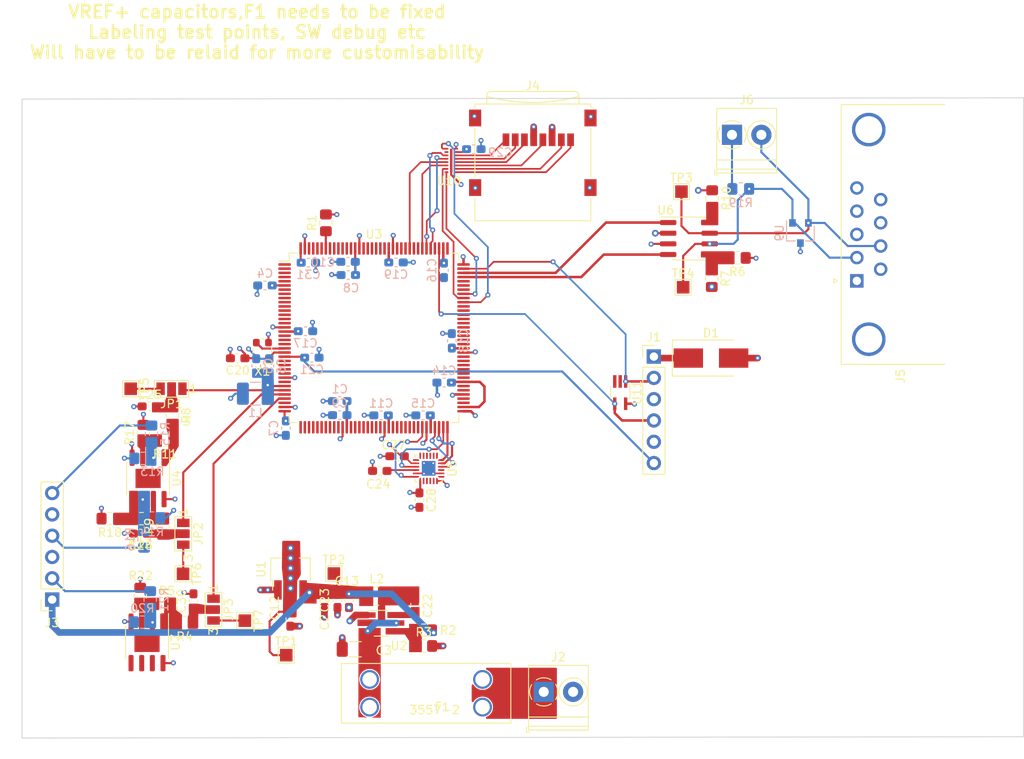
<source format=kicad_pcb>
(kicad_pcb (version 20211014) (generator pcbnew)
  (layers (0 "F.Cu" power) (1 "In1.Cu" signal) (2 "In2.Cu" power) (31 "B.Cu" signal) (34 "B.Paste" user) (35 "F.Paste" user) (36 "B.SilkS" user "B.Silkscreen") (37 "F.SilkS" user "F.Silkscreen") (38 "B.Mask" user) (39 "F.Mask" user) (44 "Edge.Cuts" user))
  (net 0 "")
  (net 1 "+3V3")
  (net 2 "GND")
  (net 3 "+5V")
  (net 4 "+BATT")
  (net 5 "+3.3VA")
  (net 6 "/VSI")
  (net 7 "/NRST")
  (net 8 "Net-(C24-Pad1)")
  (net 9 "/VOUT_1_APPS")
  (net 10 "/VOUT_2_APPS")
  (net 11 "/SWDIO")
  (net 12 "/SWCLK")
  (net 13 "/FILTER_DAT2")
  (net 14 "/FILTER_DAT3")
  (net 15 "/FILTER_CMD")
  (net 16 "/FILTER_CLK")
  (net 17 "/FILTER_DAT0")
  (net 18 "/FILTER_DAT1")
  (net 19 "Net-(R1-Pad1)")
  (net 20 "Net-(C25-Pad1)")
  (net 21 "/CAN_Vref")
  (net 22 "/LMAOUT")
  (net 23 "/LMBOUT")
  (net 24 "/CAN_Rs")
  (net 25 "/LMA+")
  (net 26 "/LMB+")
  (net 27 "/LMA-")
  (net 28 "/LMB-")
  (net 29 "/VPA")
  (net 30 "/VPA_2")
  (net 31 "Net-(C26-Pad1)")
  (net 32 "/CAN_L")
  (net 33 "Net-(C30-Pad1)")
  (net 51 "/OSC_IN")
  (net 52 "/OSC_OUT")
  (net 57 "Net-(F1-Pad)")
  (net 84 "/INT")
  (net 85 "/ACCEL_CS")
  (net 86 "/SCK")
  (net 87 "/MISO")
  (net 88 "/MOSI")
  (net 109 "/MCU_CD")
  (net 110 "/MCU_DAT0")
  (net 111 "/MCU_DAT1")
  (net 115 "/CAN_RX")
  (net 116 "/CAN_TX")
  (net 117 "/VPA_BSE")
  (net 119 "/MCU_DAT2")
  (net 120 "/MCU_DAT3")
  (net 121 "/MCU_CLK")
  (net 124 "/MCU_CMD")
  (net 157 "/CAN_H")
  (net 164 "Net-(J6-Pad1)")
  (net 165 "Net-(JP1-Pad3)")
  (net 166 "Net-(JP2-Pad3)")
  (net 167 "/VOUT_BSE")
  (net 168 "Net-(JP3-Pad3)")
  (net 169 "/LMAOUT_BSE")
  (net 170 "/LMA+_BSE")
  (net 171 "/LMA-_BSE")
  (net 175 "/SW")
  (net 176 "/BST")
  (net 177 "/FB")
  (footprint "TestPoint:TestPoint_Pad_1.5x1.5mm" (layer "F.Cu") (at 94.0415 52.9189)
    (fp_text reference "TP4")
    (fp_text value "TestPoint_Probe")
  )
  (footprint "TestPoint:TestPoint_Pad_1.5x1.5mm" (layer "F.Cu") (at 93.8383 41.5143)
    (fp_text reference "TP3")
    (fp_text value "TestPoint_Probe")
  )
  (footprint "Package_DFN_QFN:QFN-24-1EP_3x3mm_P0.4mm_EP1.75x1.6mm_ThermalVias" (layer "F.Cu") (at 63.7032 74.5236 -90)
    (fp_text reference "U5")
    (fp_text value "MPU-6500")
  )
  (footprint "Capacitor_SMD:C_0603_1608Metric_Pad1.08x0.95mm_HandSolder" (layer "F.Cu") (at 30.4198 67.1322 180)
    (fp_text reference "C25")
    (fp_text value "0.1uF")
  )
  (footprint "Capacitor_SMD:C_0603_1608Metric_Pad1.08x0.95mm_HandSolder" (layer "F.Cu") (at 62.084 90.758 90)
    (fp_text reference "C22")
    (fp_text value "100nF")
  )
  (footprint "Package_TO_SOT_SMD:SOT-353_SC-70-5_Handsoldering" (layer "F.Cu") (at 86.5378 65.4812 -90)
    (fp_text reference "U11")
    (fp_text value "ESDALC6V1W5")
  )
  (footprint "Jumper:SolderJumper-3_P1.3mm_Open_Pad1.0x1.5mm_NumberLabels" (layer "F.Cu") (at 33.0614 65.024 180)
    (fp_text reference "JP1")
    (fp_text value "SolderJumper_3_Open")
  )
  (footprint "Inductor_SMD:L_1008_2520Metric_Pad1.43x2.20mm_HandSolder" (layer "F.Cu") (at 57.512 89.742 180)
    (fp_text reference "L2")
    (fp_text value "2.2uH")
  )
  (footprint "Capacitor_SMD:C_0603_1608Metric_Pad1.08x0.95mm_HandSolder" (layer "F.Cu") (at 62.611 78.3082 -90)
    (fp_text reference "C28")
    (fp_text value "0.1uF")
  )
  (footprint "Package_TO_SOT_SMD:SOT-89-3_Handsoldering" (layer "F.Cu") (at 47.244 86.868 90)
    (fp_text reference "U1")
    (fp_text value "AZ1117-3.3")
  )
  (footprint "TestPoint:TestPoint_Pad_1.5x1.5mm" (layer "F.Cu") (at 41.799 92.6846 -90)
    (fp_text reference "TP7")
    (fp_text value "TestPoint_Probe")
  )
  (footprint "Capacitor_SMD:C_0603_1608Metric_Pad1.08x0.95mm_HandSolder" (layer "F.Cu") (at 47.221808 92.478056 -90)
    (fp_text reference "C12")
    (fp_text value "22uF")
  )
  (footprint "Resistor_SMD:R_0805_2012Metric_Pad1.20x1.40mm_HandSolder" (layer "F.Cu") (at 29.7086 70.3326 90)
    (fp_text reference "R17")
    (fp_text value "100kR")
  )
  (footprint "Resistor_SMD:R_0805_2012Metric_Pad1.20x1.40mm_HandSolder" (layer "F.Cu") (at 32.2994 71.1708 180)
    (fp_text reference "R11")
    (fp_text value "33kR")
  )
  (footprint "Resistor_SMD:R_0805_2012Metric_Pad1.20x1.40mm_HandSolder" (layer "F.Cu") (at 63.1 93.823256 180)
    (fp_text reference "R2")
    (fp_text value "52.3kR")
  )
  (footprint "Jumper:SolderJumper-3_P1.3mm_Open_Pad1.0x1.5mm_NumberLabels" (layer "F.Cu") (at 34.4584 82.3214 -90)
    (fp_text reference "JP2")
    (fp_text value "SolderJumper_3_Open")
  )
  (footprint "Capacitor_SMD:C_1206_3216Metric_Pad1.33x1.80mm_HandSolder" (layer "F.Cu") (at 54.972 96.092 180)
    (fp_text reference "C3")
    (fp_text value "10uF")
  )
  (footprint "Resistor_SMD:R_0805_2012Metric_Pad1.20x1.40mm_HandSolder" (layer "F.Cu") (at 29.48 80.518 180)
    (fp_text reference "R12")
    (fp_text value "33kR")
  )
  (footprint "Resistor_SMD:R_0805_2012Metric_Pad1.20x1.40mm_HandSolder" (layer "F.Cu") (at 97.5004 42.3587 90)
    (fp_text reference "R10")
    (fp_text value "100R")
  )
  (footprint "Package_TO_SOT_SMD:TSOT-23-6_HandSoldering" (layer "F.Cu") (at 58.098 92.964)
    (fp_text reference "U2")
    (fp_text value "AP62250WU-7")
  )
  (footprint "Package_SO:SOIC-8-1EP_3.9x4.9mm_P1.27mm_EP2.29x3mm" (layer "F.Cu") (at 30.2674 75.7174 -90)
    (fp_text reference "U4")
    (fp_text value "LM358")
  )
  (footprint "TestPoint:TestPoint_Pad_1.5x1.5mm" (layer "F.Cu") (at 28.194 65.024 -90)
    (fp_text reference "TP5")
    (fp_text value "TestPoint_Probe")
  )
  (footprint "Resistor_SMD:R_0805_2012Metric_Pad1.20x1.40mm_HandSolder" (layer "F.Cu") (at 97.4496 51.8837 -90)
    (fp_text reference "R7")
    (fp_text value "220R")
  )
  (footprint "Jumper:SolderJumper-3_P1.3mm_Open_Pad1.0x1.5mm_NumberLabels" (layer "F.Cu") (at 38.0652 91.3638 -90)
    (fp_text reference "JP3")
    (fp_text value "SolderJumper_3_Open")
  )
  (footprint "TerminalBlock_Phoenix:TerminalBlock_Phoenix_PT-1,5-2-3.5-H_1x02_P3.50mm_Horizontal" (layer "F.Cu") (at 77.425008 101.176056)
    (fp_text reference "J2")
    (fp_text value "Conn_01x02")
  )
  (footprint "TestPoint:TestPoint_Pad_1.5x1.5mm" (layer "F.Cu") (at 46.736 96.7994)
    (fp_text reference "TP1")
    (fp_text value "TestPoint_Probe")
  )
  (footprint "Package_SO:SOIC-8-1EP_3.9x4.9mm_P1.27mm_EP2.29x3mm" (layer "F.Cu") (at 30.1404 95.2754 -90)
    (fp_text reference "U7")
    (fp_text value "LM358")
  )
  (footprint "3557-2:3557-2" (layer "F.Cu") (at 70.132608 102.993656 180)
    (fp_text reference "F1")
    (fp_text value "3557-2")
  )
  (footprint "Package_QFP:LQFP-144_20x20mm_P0.5mm" (layer "F.Cu") (at 57.2008 58.9534)
    (fp_text reference "U3")
    (fp_text value "STM32L4R9ZITx")
  )
  (footprint "TerminalBlock_Phoenix:TerminalBlock_Phoenix_PT-1,5-2-3.5-H_1x02_P3.50mm_Horizontal" (layer "F.Cu") (at 99.8626 34.7387)
    (fp_text reference "J6")
    (fp_text value "Conn_01x02")
  )
  (footprint "Resistor_SMD:R_0805_2012Metric_Pad1.20x1.40mm_HandSolder" (layer "F.Cu") (at 31.9692 90.6526 180)
    (fp_text reference "R5")
    (fp_text value "33kR")
  )
  (footprint "Capacitor_SMD:C_0603_1608Metric_Pad1.08x0.95mm_HandSolder" (layer "F.Cu") (at 59.944 73.0758 180)
    (fp_text reference "C27")
    (fp_text value "10nF")
  )
  (footprint "Connector_PinHeader_2.54mm:PinHeader_1x06_P2.54mm_Vertical" (layer "F.Cu") (at 90.551 61.1886)
    (fp_text reference "J1")
    (fp_text value "Conn_01x06")
  )
  (footprint "Resistor_SMD:R_0805_2012Metric_Pad1.20x1.40mm_HandSolder" (layer "F.Cu") (at 33.163 68.2244 -90)
    (fp_text reference "R8")
    (fp_text value "100kR")
  )
  (footprint "Resistor_SMD:R_0805_2012Metric_Pad1.20x1.40mm_HandSolder" (layer "F.Cu") (at 25.7208 80.518 180)
    (fp_text reference "R18")
    (fp_text value "100kR")
  )
  (footprint "Capacitor_SMD:C_0603_1608Metric_Pad1.08x0.95mm_HandSolder" (layer "F.Cu") (at 51.285808 90.242856 -90)
    (fp_text reference "C2")
    (fp_text value "10uF")
  )
  (footprint "Connector_PinSocket_2.54mm:PinSocket_1x06_P2.54mm_Vertical" (layer "F.Cu") (at 18.8378 90.1704 180)
    (fp_text reference "J3")
    (fp_text value "APPS/BSE_Conn")
  )
  (footprint "Capacitor_SMD:C_0603_1608Metric_Pad1.08x0.95mm_HandSolder" (layer "F.Cu") (at 52.842008 90.25 -90)
    (fp_text reference "C23")
    (fp_text value "22uF")
  )
  (footprint "TestPoint:TestPoint_Pad_1.5x1.5mm" (layer "F.Cu") (at 34.433 87.0966 -90)
    (fp_text reference "TP6")
    (fp_text value "TestPoint_Probe")
  )
  (footprint "Diode_SMD:D_SMB_Handsoldering" (layer "F.Cu") (at 97.3582 61.3664)
    (fp_text reference "D1")
    (fp_text value "D_Zener")
  )
  (footprint "TestPoint:TestPoint_Pad_1.5x1.5mm" (layer "F.Cu") (at 52.410208 87.066856)
    (fp_text reference "TP2")
    (fp_text value "TestPoint_Probe")
  )
  (footprint "Package_SO:SOIC-8_3.9x4.9mm_P1.27mm" (layer "F.Cu") (at 94.7318 47.1085)
    (fp_text reference "U6")
    (fp_text value "SN65HVD230")
  )
  (footprint "Resistor_SMD:R_0805_2012Metric_Pad1.20x1.40mm_HandSolder" (layer "F.Cu") (at 29.3276 89.7636 90)
    (fp_text reference "R22")
    (fp_text value "100kR")
  )
  (footprint "Connector_Card:microSD_HC_Wuerth_693072010801" (layer "F.Cu") (at 76.1222 36.8814)
    (fp_text reference "J4")
    (fp_text value "Micro_SD_Card")
  )
  (footprint "Resistor_SMD:R_0805_2012Metric_Pad1.20x1.40mm_HandSolder" (layer "F.Cu") (at 32.0454 81.407 90)
    (fp_text reference "R9")
    (fp_text value "100kR")
  )
  (footprint "Capacitor_SMD:C_0603_1608Metric_Pad1.08x0.95mm_HandSolder" (layer "F.Cu") (at 57.8866 74.8284 180)
    (fp_text reference "C24")
    (fp_text value "0.1uF")
  )
  (footprint "Capacitor_SMD:C_0603_1608Metric_Pad1.08x0.95mm_HandSolder" (layer "F.Cu") (at 35.6776 90.3478 90)
    (fp_text reference "C30")
    (fp_text value "0.1uF")
  )
  (footprint "Resistor_SMD:R_0805_2012Metric_Pad1.20x1.40mm_HandSolder" (layer "F.Cu") (at 51.4604 45.2374 90)
    (fp_text reference "R1")
    (fp_text value "10kR")
  )
  (footprint "Connector_Dsub:DSUB-9_Male_Horizontal_P2.77x2.84mm_EdgePinOffset7.70mm_Housed_MountingHolesOffset9.12mm" (layer "F.Cu") (at 114.7425 52.1569 90)
    (fp_text reference "J5")
    (fp_text value "DB9_Male")
  )
  (footprint "Oscillator:Oscillator_SMD_ECS_2520MV-xxx-xx-4Pin_2.5x2.0mm" (layer "F.Cu") (at 43.8912 60.452 180)
    (fp_text reference "X1")
    (fp_text value "ECS-2520MV-160-CN-TR")
  )
  (footprint "Capacitor_SMD:C_0603_1608Metric_Pad1.08x0.95mm_HandSolder" (layer "F.Cu") (at 29.3784 82.296 180)
    (fp_text reference "C26")
    (fp_text value "0.1uF")
  )
  (footprint "Resistor_SMD:R_0805_2012Metric_Pad1.20x1.40mm_HandSolder" (layer "F.Cu") (at 34.6108 92.9386 180)
    (fp_text reference "R4")
    (fp_text value "100kR")
  )
  (footprint "Capacitor_SMD:C_0603_1608Metric_Pad1.08x0.95mm_HandSolder" (layer "F.Cu") (at 40.9448 61.3918 180)
    (fp_text reference "C20")
    (fp_text value "0.1uF")
  )
  (footprint "Resistor_SMD:R_0805_2012Metric_Pad1.20x1.40mm_HandSolder" (layer "F.Cu") (at 63.122208 95.703856)
    (fp_text reference "R3")
    (fp_text value "10kR")
  )
  (footprint "Diode_SMD:EMIF06-MSD02N16" (layer "F.Cu") (at 66.3702 37.7444)
    (fp_text reference "U10")
    (fp_text value "EMIF06-MSD02N16")
  )
  (footprint "Capacitor_SMD:C_0603_1608Metric_Pad1.08x0.95mm_HandSolder" (layer "F.Cu") (at 54.21 90.25 -90)
    (fp_text reference "C13")
    (fp_text value "22uF")
  )
  (footprint "Resistor_SMD:R_0805_2012Metric_Pad1.20x1.40mm_HandSolder" (layer "F.Cu") (at 100.4976 49.4199 180)
    (fp_text reference "R6")
    (fp_text value "220R")
  )
  (footprint "Capacitor_SMD:C_0603_1608Metric_Pad1.08x0.95mm_HandSolder" (layer "B.Cu") (at 59.817 49.9618)
    (fp_text reference "C19")
    (fp_text value "100nF")
  )
  (footprint "Inductor_SMD:L_1210_3225Metric_Pad1.42x2.65mm_HandSolder" (layer "B.Cu") (at 43.053 65.6082)
    (fp_text reference "L1")
    (fp_text value "39nH")
  )
  (footprint "Capacitor_SMD:C_0603_1608Metric_Pad1.08x0.95mm_HandSolder" (layer "B.Cu") (at 66.4718 59.309 90)
    (fp_text reference "C18")
    (fp_text value "100nF")
  )
  (footprint "Capacitor_SMD:C_0603_1608Metric_Pad1.08x0.95mm_HandSolder" (layer "B.Cu") (at 49.3776 49.9872)
    (fp_text reference "C31")
    (fp_text value "100nF")
  )
  (footprint "Capacitor_SMD:C_0603_1608Metric_Pad1.08x0.95mm_HandSolder" (layer "B.Cu") (at 54.1274 51.4604 180)
    (fp_text reference "C8")
    (fp_text value "4.7uF")
  )
  (footprint "Capacitor_SMD:C_0603_1608Metric_Pad1.08x0.95mm_HandSolder" (layer "B.Cu") (at 63.0428 68.199 180)
    (fp_text reference "C15")
    (fp_text value "100nF")
  )
  (footprint "Resistor_SMD:R_0805_2012Metric_Pad1.20x1.40mm_HandSolder" (layer "B.Cu") (at 30.6738 70.4088 90)
    (fp_text reference "R15")
    (fp_text value "100kR")
  )
  (footprint "Capacitor_SMD:C_0603_1608Metric_Pad1.08x0.95mm_HandSolder" (layer "B.Cu") (at 53.1114 68.1736 180)
    (fp_text reference "C9")
    (fp_text value "100nF")
  )
  (footprint "Resistor_SMD:R_0805_2012Metric_Pad1.20x1.40mm_HandSolder" (layer "B.Cu") (at 29.7848 82.9818 -90)
    (fp_text reference "R16")
    (fp_text value "100kR")
  )
  (footprint "Capacitor_SMD:C_0603_1608Metric_Pad1.08x0.95mm_HandSolder" (layer "B.Cu") (at 53.1114 66.4972 180)
    (fp_text reference "C1")
    (fp_text value "4.7uF")
  )
  (footprint "Capacitor_SMD:C_0603_1608Metric_Pad1.08x0.95mm_HandSolder" (layer "B.Cu") (at 58.039 68.199 180)
    (fp_text reference "C11")
    (fp_text value "100nF")
  )
  (footprint "Resistor_SMD:R_0805_2012Metric_Pad1.20x1.40mm_HandSolder" (layer "B.Cu") (at 30.5214 90.17 90)
    (fp_text reference "R21")
    (fp_text value "100kR")
  )
  (footprint "Capacitor_SMD:C_0603_1608Metric_Pad1.08x0.95mm_HandSolder" (layer "B.Cu") (at 54.102 49.8856 180)
    (fp_text reference "C10")
    (fp_text value "100nF")
  )
  (footprint "Capacitor_SMD:C_0603_1608Metric_Pad1.08x0.95mm_HandSolder" (layer "B.Cu") (at 65.5574 64.2874 180)
    (fp_text reference "C14")
    (fp_text value "2.2uF")
  )
  (footprint "Resistor_SMD:R_0805_2012Metric_Pad1.20x1.40mm_HandSolder" (layer "B.Cu") (at 100.904 41.1903)
    (fp_text reference "R19")
    (fp_text value "120R")
  )
  (footprint "Capacitor_SMD:C_0603_1608Metric_Pad1.08x0.95mm_HandSolder" (layer "B.Cu") (at 69.088 36.449 180)
    (fp_text reference "C29")
    (fp_text value "0.1uF")
  )
  (footprint "Capacitor_SMD:C_0603_1608Metric_Pad1.08x0.95mm_HandSolder" (layer "B.Cu") (at 49.022 58.166)
    (fp_text reference "C17")
    (fp_text value "100nF")
  )
  (footprint "Resistor_SMD:R_0805_2012Metric_Pad1.20x1.40mm_HandSolder" (layer "B.Cu") (at 30.7246 80.4418)
    (fp_text reference "R14")
    (fp_text value "34kR")
  )
  (footprint "Capacitor_SMD:C_0603_1608Metric_Pad1.08x0.95mm_HandSolder" (layer "B.Cu") (at 49.784 61.3156)
    (fp_text reference "C21")
    (fp_text value "0.1uF")
  )
  (footprint "Capacitor_SMD:C_0603_1608Metric_Pad1.08x0.95mm_HandSolder" (layer "B.Cu") (at 43.1546 62.3073 90)
    (fp_text reference "C5")
    (fp_text value "1uF")
  )
  (footprint "Capacitor_SMD:C_0603_1608Metric_Pad1.08x0.95mm_HandSolder" (layer "B.Cu") (at 44.196 52.705 180)
    (fp_text reference "C4")
    (fp_text value "100nF")
  )
  (footprint "Capacitor_SMD:C_0603_1608Metric_Pad1.08x0.95mm_HandSolder" (layer "B.Cu") (at 46.6852 69.723 -90)
    (fp_text reference "C7")
    (fp_text value "100nF")
  )
  (footprint "Capacitor_SMD:C_0603_1608Metric_Pad1.08x0.95mm_HandSolder" (layer "B.Cu") (at 44.7294 62.3073 90)
    (fp_text reference "C6")
    (fp_text value "10nF")
  )
  (footprint "Package_TO_SOT_SMD:SC-59" (layer "B.Cu") (at 108.016 46.4481 -90)
    (fp_text reference "U9")
    (fp_text value "ESDCAN24-2BLY")
  )
  (footprint "Resistor_SMD:R_0805_2012Metric_Pad1.20x1.40mm_HandSolder" (layer "B.Cu") (at 29.6324 73.3298 180)
    (fp_text reference "R13")
    (fp_text value "34kR")
  )
  (footprint "Capacitor_SMD:C_0603_1608Metric_Pad1.08x0.95mm_HandSolder" (layer "B.Cu") (at 65.532 50.9005 -90)
    (fp_text reference "C16")
    (fp_text value "100nF")
  )
  (footprint "Resistor_SMD:R_0805_2012Metric_Pad1.20x1.40mm_HandSolder" (layer "B.Cu") (at 29.5816 92.8624 180)
    (fp_text reference "R20")
    (fp_text value "34kR")
  )
  (gr_line (start 15.24 106.68) (end 134.62 106.5276) (layer "Edge.Cuts") (width 0.1))
  (gr_line (start 15.24 30.48) (end 15.24 106.68) (layer "Edge.Cuts") (width 0.1))
  (gr_line (start 134.62 106.5276) (end 134.62 30.3276) (layer "Edge.Cuts") (width 0.1))
  (gr_line (start 134.62 30.3276) (end 15.24 30.48) (layer "Edge.Cuts") (width 0.1))
  (gr_text "VREF+ capacitors,F1 needs to be fixed\nLabeling test points, SW debug etc\nWill have to be relaid for more customisability" (at 43.2562 22.479) (layer "F.SilkS") (effects (font (size 1.5 1.5) (thickness 0.3))))
  (segment (start 48.4508 48.2909) (end 48.4508 49.9229) (width 0.25) (layer "F.Cu") (net 1))
  (segment (start 47.221808 91.615556) (end 45.900044 91.615556) (width 0.25) (layer "F.Cu") (net 1))
  (segment (start 62.7032 77.3535) (end 62.611 77.4457) (width 0.25) (layer "F.Cu") (net 1))
  (segment (start 62.7032 76.0236) (end 62.7032 77.3535) (width 0.25) (layer "F.Cu") (net 1))
  (segment (start 46.5383 52.7034) (end 45.0601 52.7034) (width 0.25) (layer "F.Cu") (net 1))
  (segment (start 45.0601 52.7034) (end 45.0585 52.705) (width 0.25) (layer "F.Cu") (net 1))
  (segment (start 32.0454 97.7504) (end 33.2374 97.7504) (width 0.25) (layer "F.Cu") (net 1))
  (segment (start 45.1866 96.7994) (end 46.736 96.7994) (width 0.25) (layer "F.Cu") (net 1))
  (segment (start 54.9508 48.2909) (end 54.9508 51.4213) (width 0.25) (layer "F.Cu") (net 1))
  (segment (start 60.4266 73.0758) (end 59.0296 71.6788) (width 0.2) (layer "F.Cu") (net 1))
  (segment (start 61.6543 73.9236) (end 60.8065 73.0758) (width 0.2) (layer "F.Cu") (net 1))
  (segment (start 61.5199 77.4457) (end 61.468 77.3938) (width 0.25) (layer "F.Cu") (net 1))
  (segment (start 66.5037 60.2034) (end 66.4718 60.1715) (width 0.3) (layer "F.Cu") (net 1))
  (segment (start 67.8801 36.7944) (end 68.2255 36.449) (width 0.2) (layer "F.Cu") (net 1))
  (segment (start 65.4508 48.2909) (end 65.4508 49.9568) (width 0.3) (layer "F.Cu") (net 1))
  (segment (start 67.8633 49.3213) (end 67.818 49.276) (width 0.3) (layer "F.Cu") (net 1))
  (segment (start 66.9762 36.7944) (end 67.8801 36.7944) (width 0.2) (layer "F.Cu") (net 1))
  (segment (start 62.611 77.4457) (end 61.5199 77.4457) (width 0.25) (layer "F.Cu") (net 1))
  (segment (start 43.1662 61.377) (end 41.8221 61.377) (width 0.25) (layer "F.Cu") (net 1))
  (segment (start 46.5383 67.7034) (end 46.5383 68.7136) (width 0.25) (layer "F.Cu") (net 1))
  (segment (start 58.9508 68.2483) (end 58.9015 68.199) (width 0.3) (layer "F.Cu") (net 1))
  (segment (start 76.2222 35.3314) (end 76.2222 33.782) (width 0.8) (layer "F.Cu") (net 1))
  (segment (start 65.4508 49.9568) (end 65.532 50.038) (width 0.3) (layer "F.Cu") (net 1))
  (segment (start 33.466 78.1924) (end 33.4772 78.1812) (width 0.25) (layer "F.Cu") (net 1))
  (segment (start 102.6837 49.4199) (end 102.7176 49.4538) (width 0.25) (layer "F.Cu") (net 1))
  (segment (start 32.1724 78.1924) (end 33.466 78.1924) (width 0.25) (layer "F.Cu") (net 1))
  (segment (start 94.6582 61.3664) (end 90.7288 61.3664) (width 0.8) (layer "F.Cu") (net 1))
  (segment (start 58.9508 49.9581) (end 58.9545 49.9618) (width 0.3) (layer "F.Cu") (net 1))
  (segment (start 92.2568 47.7435) (end 90.2547 47.7435) (width 0.25) (layer "F.Cu") (net 1))
  (segment (start 54.9508 51.4213) (end 54.9899 51.4604) (width 0.25) (layer "F.Cu") (net 1))
  (segment (start 46.5383 68.7136) (end 46.6852 68.8605) (width 0.25) (layer "F.Cu") (net 1))
  (segment (start 67.8633 50.2034) (end 67.8633 49.3213) (width 0.3) (layer "F.Cu") (net 1))
  (segment (start 67.8633 60.2034) (end 66.5037 60.2034) (width 0.3) (layer "F.Cu") (net 1))
  (segment (start 101.4976 49.4199) (end 102.6837 49.4199) (width 0.25) (layer "F.Cu") (net 1))
  (segment (start 62.2032 73.9236) (end 61.6543 73.9236) (width 0.2) (layer "F.Cu") (net 1))
  (segment (start 90.7288 61.3664) (end 90.551 61.1886) (width 0.8) (layer "F.Cu") (net 1))
  (segment (start 66.9762 35.8938) (end 66.9798 35.8902) (width 0.2) (layer "F.Cu") (net 1))
  (segment (start 63.9508 69.6159) (end 63.9508 68.2445) (width 0.3) (layer "F.Cu") (net 1))
  (segment (start 66.9762 36.3944) (end 66.9762 35.8938) (width 0.2) (layer "F.Cu") (net 1))
  (segment (start 33.2374 97.7504) (end 33.274 97.7138) (width 0.25) (layer "F.Cu") (net 1))
  (segment (start 67.8633 67.7034) (end 68.7437 67.7034) (width 0.3) (layer "F.Cu") (net 1))
  (segment (start 48.1221 58.2034) (end 48.1595 58.166) (width 0.3) (layer "F.Cu") (net 1))
  (segment (start 44.7548 96.3676) (end 45.1866 96.7994) (width 0.25) (layer "F.Cu") (net 1))
  (segment (start 90.2547 47.7435) (end 90.2208 47.7774) (width 0.25) (layer "F.Cu") (net 1))
  (segment (start 46.5383 58.2034) (end 48.1221 58.2034) (width 0.3) (layer "F.Cu") (net 1))
  (segment (start 45.900044 91.615556) (end 44.7548 92.7608) (width 0.25) (layer "F.Cu") (net 1))
  (segment (start 63.9508 68.2445) (end 63.9053 68.199) (width 0.3) (layer "F.Cu") (net 1))
  (segment (start 58.9508 48.2909) (end 58.9508 49.9581) (width 0.3) (layer "F.Cu") (net 1))
  (segment (start 41.8073 60.8573) (end 41.1734 60.2234) (width 0.25) (layer "F.Cu") (net 1))
  (segment (start 53.9508 69.6159) (end 53.9508 66.5203) (width 0.3) (layer "F.Cu") (net 1))
  (segment (start 60.8065 73.0758) (end 60.4266 73.0758) (width 0.2) (layer "F.Cu") (net 1))
  (segment (start 41.8073 61.3918) (end 41.8073 60.8573) (width 0.25) (layer "F.Cu") (net 1))
  (segment (start 68.7437 67.7034) (end 69.2658 68.2255) (width 0.3) (layer "F.Cu") (net 1))
  (segment (start 53.9508 66.5203) (end 53.9739 66.4972) (width 0.3) (layer "F.Cu") (net 1))
  (segment (start 44.7548 92.7608) (end 44.7548 96.3676) (width 0.25) (layer "F.Cu") (net 1))
  (segment (start 48.4508 49.9229) (end 48.5151 49.9872) (width 0.25) (layer "F.Cu") (net 1))
  (segment (start 58.9508 69.6159) (end 58.9508 68.2483) (width 0.3) (layer "F.Cu") (net 1))
  (segment (start 41.8221 61.377) (end 41.8073 61.3918) (width 0.25) (layer "F.Cu") (net 1))
  (via (at 66.4718 60.1715) (size 0.6) (drill 0.3) (layers "F.Cu" "B.Cu") (net 1))
  (via (at 47.244 88.8232) (size 0.8) (drill 0.4) (layers "F.Cu" "B.Cu") (net 1))
  (via (at 45.0585 52.705) (size 0.6) (drill 0.3) (layers "F.Cu" "B.Cu") (net 1))
  (via (at 90.2208 47.7774) (size 0.6) (drill 0.3) (layers "F.Cu" "B.Cu") (net 1))
  (via (at 47.244 85.2232) (size 0.8) (drill 0.4) (layers "F.Cu" "B.Cu") (net 1))
  (via (at 58.9015 68.199) (size 0.6) (drill 0.3) (layers "F.Cu" "B.Cu") (net 1))
  (via (at 58.9545 49.9618) (size 0.6) (drill 0.3) (layers "F.Cu" "B.Cu") (net 1))
  (via (at 63.9053 68.199) (size 0.6) (drill 0.3) (layers "F.Cu" "B.Cu") (net 1))
  (via (at 66.9798 35.8902) (size 0.6) (drill 0.3) (layers "F.Cu" "B.Cu") (net 1))
  (via (at 41.1734 60.2234) (size 0.6) (drill 0.3) (layers "F.Cu" "B.Cu") (net 1))
  (via (at 76.2222 33.782) (size 0.6) (drill 0.3) (layers "F.Cu" "B.Cu") (net 1))
  (via (at 47.244 84.0232) (size 0.8) (drill 0.4) (layers "F.Cu" "B.Cu") (net 1))
  (via (at 59.0296 71.6788) (size 0.6) (drill 0.3) (layers "F.Cu" "B.Cu") (net 1))
  (via (at 46.6852 68.8605) (size 0.6) (drill 0.3) (layers "F.Cu" "B.Cu") (net 1))
  (via (at 47.244 87.6232) (size 0.8) (drill 0.4) (layers "F.Cu" "B.Cu") (net 1))
  (via (at 48.1595 58.166) (size 0.6) (drill 0.3) (layers "F.Cu" "B.Cu") (net 1))
  (via (at 33.274 97.7138) (size 0.6) (drill 0.3) (layers "F.Cu" "B.Cu") (net 1))
  (via (at 53.9739 66.4972) (size 0.6) (drill 0.3) (layers "F.Cu" "B.Cu") (net 1))
  (via (at 69.2658 68.2255) (size 0.6) (drill 0.3) (layers "F.Cu" "B.Cu") (net 1))
  (via (at 40.1066 66.167) (size 0.6) (drill 0.3) (layers "F.Cu" "B.Cu") (net 1))
  (via (at 65.532 50.038) (size 0.6) (drill 0.3) (layers "F.Cu" "B.Cu") (net 1))
  (via (at 54.9899 51.4604) (size 0.6) (drill 0.3) (layers "F.Cu" "B.Cu") (net 1))
  (via (at 61.468 77.3938) (size 0.6) (drill 0.3) (layers "F.Cu" "B.Cu") (net 1))
  (via (at 68.2255 36.449) (size 0.6) (drill 0.3) (layers "F.Cu" "B.Cu") (net 1))
  (via (at 102.7176 49.4538) (size 0.6) (drill 0.3) (layers "F.Cu" "B.Cu") (net 1))
  (via (at 48.5151 49.9872) (size 0.6) (drill 0.3) (layers "F.Cu" "B.Cu") (net 1))
  (via (at 33.4772 78.1812) (size 0.6) (drill 0.3) (layers "F.Cu" "B.Cu") (net 1))
  (via (at 67.818 49.276) (size 0.6) (drill 0.3) (layers "F.Cu" "B.Cu") (net 1))
  (via (at 47.244 86.4232) (size 0.8) (drill 0.4) (layers "F.Cu" "B.Cu") (net 1))
  (segment (start 41.5655 65.6082) (end 40.6654 65.6082) (width 0.25) (layer "B.Cu") (net 1))
  (segment (start 53.9739 68.1736) (end 53.9739 66.4972) (width 0.3) (layer "B.Cu") (net 1))
  (segment (start 54.9899 51.4604) (end 54.9899 49.911) (width 0.25) (layer "B.Cu") (net 1))
  (segment (start 40.6654 65.6082) (end 40.1066 66.167) (width 0.25) (layer "B.Cu") (net 1))
  (segment (start 54.9899 49.911) (end 54.9645 49.8856) (width 0.25) (layer "B.Cu") (net 1))
  (segment (start 95.8481 41.3587) (end 95.8449 41.3619) (width 0.25) (layer "F.Cu") (net 2))
  (segment (start 58.4508 69.6159) (end 58.4508 70.6574) (width 0.25) (layer "F.Cu") (net 2))
  (segment (start 61.6447 79.1707) (end 61.6204 79.1464) (width 0.2) (layer "F.Cu") (net 2))
  (segment (start 48.338308 93.340556) (end 48.339408 93.341656) (width 0.8) (layer "F.Cu") (net 2))
  (segment (start 45.1812 57.7034) (end 45.1358 57.658) (width 0.25) (layer "F.Cu") (net 2))
  (segment (start 29.3276 88.7636) (end 29.3276 87.7316) (width 0.25) (layer "F.Cu") (net 2))
  (segment (start 100.0582 61.3664) (end 102.9208 61.3664) (width 0.8) (layer "F.Cu") (net 2))
  (segment (start 35.6776 89.4853) (end 34.7135 89.4853) (width 0.25) (layer "F.Cu") (net 2))
  (segment (start 45.744 89.018) (end 44.5352 89.018) (width 0.8) (layer "F.Cu") (net 2))
  (segment (start 46.5383 67.2034) (end 47.7724 67.2034) (width 0.25) (layer "F.Cu") (net 2))
  (segment (start 44.6162 59.527) (end 44.6162 58.5354) (width 0.25) (layer "F.Cu") (net 2))
  (segment (start 52.7464 44.2374) (end 52.7558 44.2468) (width 0.25) (layer "F.Cu") (net 2))
  (segment (start 62.611 79.1707) (end 61.6447 79.1707) (width 0.2) (layer "F.Cu") (net 2))
  (segment (start 55.4508 48.2909) (end 55.4508 46.764) (width 0.25) (layer "F.Cu") (net 2))
  (segment (start 44.6162 58.5354) (end 44.6024 58.5216) (width 0.25) (layer "F.Cu") (net 2))
  (segment (start 28.591 67.1322) (end 28.5656 67.1576) (width 0.25) (layer "F.Cu") (net 2))
  (segment (start 46.5383 57.7034) (end 45.1812 57.7034) (width 0.25) (layer "F.Cu") (net 2))
  (segment (start 34.7135 89.4853) (end 34.56 89.3318) (width 0.25) (layer "F.Cu") (net 2))
  (segment (start 24.7208 79.2894) (end 24.7048 79.2734) (width 0.25) (layer "F.Cu") (net 2))
  (segment (start 53.4508 70.7044) (end 53.1622 70.993) (width 0.25) (layer "F.Cu") (net 2))
  (segment (start 51.285808 92.249456) (end 51.260408 92.274856) (width 0.8) (layer "F.Cu") (net 2))
  (segment (start 55.0114 92.014) (end 54.3116 92.7138) (width 0.8) (layer "F.Cu") (net 2))
  (segment (start 28.2354 92.8004) (end 27.4876 92.8004) (width 0.25) (layer "F.Cu") (net 2))
  (segment (start 28.3624 71.6534) (end 28.3116 71.6026) (width 0.25) (layer "F.Cu") (net 2))
  (segment (start 66.4002 37.7944) (end 66.4002 39.5016) (width 0.25) (layer "F.Cu") (net 2))
  (segment (start 28.5159 82.296) (end 27.4734 82.296) (width 0.25) (layer "F.Cu") (net 2))
  (segment (start 66.6306 65.7034) (end 66.548 65.786) (width 0.3) (layer "F.Cu") (net 2))
  (segment (start 97.5004 41.3587) (end 95.8481 41.3587) (width 0.25) (layer "F.Cu") (net 2))
  (segment (start 69.1922 60.7034) (end 69.2658 60.6298) (width 0.25) (layer "F.Cu") (net 2))
  (segment (start 67.8633 65.7034) (end 66.6306 65.7034) (width 0.3) (layer "F.Cu") (net 2))
  (segment (start 53.4095 96.092) (end 53.4095 94.695548) (width 0.8) (layer "F.Cu") (net 2))
  (segment (start 78.4222 35.3314) (end 78.4222 33.823) (width 0.8) (layer "F.Cu") (net 2))
  (segment (start 64.2782 75.1236) (end 64.2532 75.1486) (width 0.2) (layer "F.Cu") (net 2))
  (segment (start 48.9508 48.2909) (end 48.9508 46.7918) (width 0.25) (layer "F.Cu") (net 2))
  (segment (start 55.4508 46.764) (end 55.4482 46.7614) (width 0.25) (layer "F.Cu") (net 2))
  (segment (start 87.1878 66.8112) (end 88.198 66.8112) (width 0.3) (layer "F.Cu") (net 2))
  (segment (start 92.2568 46.4735) (end 90.7203 46.4735) (width 0.25) (layer "F.Cu") (net 2))
  (segment (start 66.4002 39.5016) (end 67.564 40.6654) (width 0.25) (layer "F.Cu") (net 2))
  (segment (start 64.122208 95.703856) (end 65.433608 95.703856) (width 0.8) (layer "F.Cu") (net 2))
  (segment (start 24.7208 80.518) (end 24.7208 79.2894) (width 0.25) (layer "F.Cu") (net 2))
  (segment (start 51.285808 91.105356) (end 51.285808 92.249456) (width 0.8) (layer "F.Cu") (net 2))
  (segment (start 67.8633 60.7034) (end 69.1922 60.7034) (width 0.25) (layer "F.Cu") (net 2))
  (segment (start 58.4508 70.6574) (end 58.0898 71.0184) (width 0.25) (layer "F.Cu") (net 2))
  (segment (start 57.0241 74.8284) (end 57.0241 73.7627) (width 0.2) (layer "F.Cu") (net 2))
  (segment (start 27.4734 82.296) (end 27.448 82.2706) (width 0.25) (layer "F.Cu") (net 2))
  (segment (start 47.7724 67.2034) (end 47.8028 67.2338) (width 0.25) (layer "F.Cu") (net 2))
  (segment (start 47.221808 93.340556) (end 48.338308 93.340556) (width 0.8) (layer "F.Cu") (net 2))
  (segment (start 29.3276 87.7316) (end 29.353 87.7062) (width 0.25) (layer "F.Cu") (net 2))
  (segment (start 44.5352 89.018) (end 43.6536 89.018) (width 0.8) (layer "F.Cu") (net 2))
  (segment (start 63.4508 69.6159) (end 63.4508 71.093) (width 0.25) (layer "F.Cu") (net 2))
  (segment (start 59.4508 48.2909) (end 59.4508 46.772) (width 0.25) (layer "F.Cu") (net 2))
  (segment (start 57.0241 73.7627) (end 56.9976 73.7362) (width 0.2) (layer "F.Cu") (net 2))
  (segment (start 40.0823 60.3515) (end 40.0558 60.325) (width 0.25) (layer "F.Cu") (net 2))
  (segment (start 28.3624 73.2424) (end 28.3624 71.6534) (width 0.25) (layer "F.Cu") (net 2))
  (segment (start 59.0815 73.0758) (end 57.9374 73.0758) (width 0.2) (layer "F.Cu") (net 2))
  (segment (start 27.4876 92.8004) (end 27.4734 92.7862) (width 0.25) (layer "F.Cu") (net 2))
  (segment (start 62.2032 75.1236) (end 63.1282 75.1236) (width 0.2) (layer "F.Cu") (net 2))
  (segment (start 48.9508 46.7918) (end 48.9458 46.7868) (width 0.25) (layer "F.Cu") (net 2))
  (segment (start 29.7086 69.3326) (end 29.7086 68.072) (width 0.25) (layer "F.Cu") (net 2))
  (segment (start 40.0823 61.3918) (end 40.0823 60.3515) (width 0.25) (layer "F.Cu") (net 2))
  (segment (start 46.5383 63.7034) (end 47.7518 63.7034) (width 0.25) (layer "F.Cu") (net 2))
  (segment (start 59.4508 46.772) (end 59.4868 46.736) (width 0.25) (layer "F.Cu") (net 2))
  (segment (start 65.381 76.0236) (end 65.913 76.5556) (width 0.2) (layer "F.Cu") (net 2))
  (segment (start 29.5573 67.1322) (end 28.591 67.1322) (width 0.25) (layer "F.Cu") (net 2))
  (segment (start 63.1282 75.1236) (end 63.1532 75.1486) (width 0.2) (layer "F.Cu") (net 2))
  (segment (start 56.388 92.014) (end 55.0114 92.014) (width 0.8) (layer "F.Cu") (net 2))
  (segment (start 47.7518 63.7034) (end 47.752 63.7032) (width 0.25) (layer "F.Cu") (net 2))
  (segment (start 88.198 66.8112) (end 88.2396 66.8528) (width 0.3) (layer "F.Cu") (net 2))
  (segment (start 65.2032 75.1236) (end 64.2782 75.1236) (width 0.2) (layer "F.Cu") (net 2))
  (segment (start 51.4604 44.2374) (end 52.7464 44.2374) (width 0.25) (layer "F.Cu") (net 2))
  (segment (start 64.7032 76.0236) (end 65.381 76.0236) (width 0.2) (layer "F.Cu") (net 2))
  (segment (start 63.4508 71.093) (end 63.0174 71.5264) (width 0.25) (layer "F.Cu") (net 2))
  (segment (start 53.4508 69.6159) (end 53.4508 70.7044) (width 0.25) (layer "F.Cu") (net 2))
  (segment (start 52.842008 91.1125) (end 52.842008 92.019856) (width 0.8) (layer "F.Cu") (net 2))
  (via (at 59.4868 46.736) (size 0.6) (drill 0.3) (layers "F.Cu" "B.Cu") (net 2))
  (via (at 40.0558 60.325) (size 0.6) (drill 0.3) (layers "F.Cu" "B.Cu") (net 2))
  (via (at 29.7086 68.072) (size 0.6) (drill 0.3) (layers "F.Cu" "B.Cu") (net 2))
  (via (at 102.9208 61.3664) (size 0.6) (drill 0.3) (layers "F.Cu" "B.Cu") (net 2))
  (via (at 51.1302 68.1736) (size 0.6) (drill 0.3) (layers "F.Cu" "B.Cu") (net 2))
  (via (at 45.1358 57.658) (size 0.6) (drill 0.3) (layers "F.Cu" "B.Cu") (net 2))
  (via (at 47.752 63.7032) (size 0.6) (drill 0.3) (layers "F.Cu" "B.Cu") (net 2))
  (via (at 66.548 65.786) (size 0.6) (drill 0.3) (layers "F.Cu" "B.Cu") (net 2))
  (via (at 90.7203 46.4735) (size 0.8) (drill 0.4) (layers "F.Cu" "B.Cu") (net 2))
  (via (at 29.353 87.7062) (size 0.6) (drill 0.3) (layers "F.Cu" "B.Cu") (net 2))
  (via (at 47.8028 67.2338) (size 0.6) (drill 0.3) (layers "F.Cu" "B.Cu") (net 2))
  (via (at 53.4095 94.695548) (size 0.6) (drill 0.3) (layers "F.Cu" "B.Cu") (net 2))
  (via (at 88.2396 66.8528) (size 0.6) (drill 0.3) (layers "F.Cu" "B.Cu") (net 2))
  (via (at 54.21 91.1125) (size 0.8) (drill 0.4) (layers "F.Cu" "B.Cu") (net 2))
  (via (at 49.8602 57.0992) (size 0.6) (drill 0.3) (layers "F.Cu" "B.Cu") (net 2))
  (via (at 69.2658 60.6298) (size 0.6) (drill 0.3) (layers "F.Cu" "B.Cu") (net 2))
  (via (at 51.260408 92.274856) (size 0.6) (drill 0.3) (layers "F.Cu" "B.Cu") (net 2))
  (via (at 43.6536 89.018) (size 0.6) (drill 0.3) (layers "F.Cu" "B.Cu") (net 2))
  (via (at 27.4734 92.7862) (size 0.6) (drill 0.3) (layers "F.Cu" "B.Cu") (net 2))
  (via (at 27.448 82.2706) (size 0.6) (drill 0.3) (layers "F.Cu" "B.Cu") (net 2))
  (via (at 27.448 73.3044) (size 0.6) (drill 0.3) (layers "F.Cu" "B.Cu") (net 2))
  (via (at 28.3116 71.6026) (size 0.6) (drill 0.3) (layers "F.Cu" "B.Cu") (net 2))
  (via (at 95.8449 41.3619) (size 0.8) (drill 0.4) (layers "F.Cu" "B.Cu") (net 2))
  (via (at 83.031 32.5701) (size 0.6) (drill 0.3) (layers "F.Cu" "B.Cu") (net 2))
  (via (at 63.0174 71.5264) (size 0.6) (drill 0.3) (layers "F.Cu" "B.Cu") (net 2))
  (via (at 56.0324 68.1736) (size 0.6) (drill 0.3) (layers "F.Cu" "B.Cu") (net 2))
  (via (at 65.433608 95.703856) (size 0.6) (drill 0.3) (layers "F.Cu" "B.Cu") (net 2))
  (via (at 53.1622 70.993) (size 0.6) (drill 0.3) (layers "F.Cu" "B.Cu") (net 2))
  (via (at 52.1462 51.4096) (size 0.6) (drill 0.3) (layers "F.Cu" "B.Cu") (net 2))
  (via (at 61.8744 49.9364) (size 0.6) (drill 0.3) (layers "F.Cu" "B.Cu") (net 2))
  (via (at 97.4496 52.8489) (size 0.8) (drill 0.4) (layers "F.Cu" "B.Cu") (net 2))
  (via (at 55.4482 46.7614) (size 0.6) (drill 0.3) (layers "F.Cu" "B.Cu") (net 2))
  (via (at 54.3116 92.7138) (size 0.8) (drill 0.4) (layers "F.Cu" "B.Cu") (net 2))
  (via (at 44.5352 89.018) (size 0.6) (drill 0.3) (layers "F.Cu" "B.Cu") (net 2))
  (via (at 24.7048 79.2734) (size 0.6) (drill 0.3) (layers "F.Cu" "B.Cu") (net 2))
  (via (at 69.1626 32.5193) (size 0.6) (drill 0.3) (layers "F.Cu" "B.Cu") (net 2))
  (via (at 48.339408 93.341656) (size 0.6) (drill 0.3) (layers "F.Cu" "B.Cu") (net 2))
  (via (at 28.5656 67.1576) (size 0.6) (drill 0.3) (layers "F.Cu" "B.Cu") (net 2))
  (via (at 50.2412 50.9524) (size 0.6) (drill 0.3) (layers "F.Cu" "B.Cu") (net 2))
  (via (at 45.5422 70.612) (size 0.6) (drill 0.3) (layers "F.Cu" "B.Cu") (net 2))
  (via (at 52.1716 49.8602) (size 0.6) (drill 0.3) (layers "F.Cu" "B.Cu") (net 2))
  (via (at 48.9458 46.7868) (size 0.6) (drill 0.3) (layers "F.Cu" "B.Cu") (net 2))
  (via (at 33.3154 79.5274) (size 0.6) (drill 0.3) (layers "F.Cu" "B.Cu") (net 2))
  (via (at 44.6024 58.5216) (size 0.6) (drill 0.3) (layers "F.Cu" "B.Cu") (net 2))
  (via (at 43.2562 53.7718) (size 0.6) (drill 0.3) (layers "F.Cu" "B.Cu") (net 2))
  (via (at 78.4222 33.823) (size 0.6) (drill 0.3) (layers "F.Cu" "B.Cu") (net 2))
  (via (at 61.0108 68.1736) (size 0.6) (drill 0.3) (layers "F.Cu" "B.Cu") (net 2))
  (via (at 51.1302 66.4972) (size 0.6) (drill 0.3) (layers "F.Cu" "B.Cu") (net 2))
  (via (at 52.842008 92.019856) (size 0.6) (drill 0.3) (layers "F.Cu" "B.Cu") (net 2))
  (via (at 82.904 41.0537) (size 0.6) (drill 0.3) (layers "F.Cu" "B.Cu") (net 2))
  (via (at 50.6476 60.325) (size 0.6) (drill 0.3) (layers "F.Cu" "B.Cu") (net 2))
  (via (at 52.7558 44.2468) (size 0.6) (drill 0.3) (layers "F.Cu" "B.Cu") (net 2))
  (via (at 65.913 76.5556) (size 0.6) (drill 0.3) (layers "F.Cu" "B.Cu") (net 2))
  (via (at 69.9516 35.4076) (size 0.6) (drill 0.3) (layers "F.Cu" "B.Cu") (net 2))
  (via (at 108.0115 48.6771) (size 0.6) (drill 0.3) (layers "F.Cu" "B.Cu") (net 2))
  (via (at 58.0898 71.0184) (size 0.6) (drill 0.3) (layers "F.Cu" "B.Cu") (net 2))
  (via (at 67.564 40.6654) (size 0.6) (drill 0.3) (layers "F.Cu" "B.Cu") (net 2))
  (via (at 69.2642 41.0791) (size 0.6) (drill 0.3) (layers "F.Cu" "B.Cu") (net 2))
  (via (at 42.2402 60.2742) (size 0.6) (drill 0.3) (layers "F.Cu" "B.Cu") (net 2))
  (via (at 64.77 65.786) (size 0.6) (drill 0.3) (layers "F.Cu" "B.Cu") (net 2))
  (via (at 34.56 89.3318) (size 0.6) (drill 0.3) (layers "F.Cu" "B.Cu") (net 2))
  (via (at 65.3796 58.42) (size 0.6) (drill 0.3) (layers "F.Cu" "B.Cu") (net 2))
  (via (at 57.9374 73.0758) (size 0.6) (drill 0.3) (layers "F.Cu" "B.Cu") (net 2))
  (via (at 56.9976 73.7362) (size 0.6) (drill 0.3) (layers "F.Cu" "B.Cu") (net 2))
  (via (at 61.6204 79.1464) (size 0.6) (drill 0.3) (layers "F.Cu" "B.Cu") (net 2))
  (segment (start 43.1546 61.4448) (end 43.1546 61.1886) (width 0.25) (layer "B.Cu") (net 2))
  (segment (start 31.7246 80.4418) (end 32.401 80.4418) (width 0.25) (layer "B.Cu") (net 2))
  (segment (start 43.1546 61.1886) (end 42.2402 60.2742) (width 0.25) (layer "B.Cu") (net 2))
  (segment (start 62.1803 68.199) (end 61.0362 68.199) (width 0.25) (layer "B.Cu") (net 2))
  (segment (start 43.3335 52.705) (end 43.3335 53.6945) (width 0.25) (layer "B.Cu") (net 2))
  (segment (start 50.2401 50.9513) (end 50.2412 50.9524) (width 0.25) (layer "B.Cu") (net 2))
  (segment (start 52.2489 68.1736) (end 51.1302 68.1736) (width 0.25) (layer "B.Cu") (net 2))
  (segment (start 50.6465 60.3261) (end 50.6476 60.325) (width 0.25) (layer "B.Cu") (net 2))
  (segment (start 49.8845 58.166) (end 49.8845 57.1235) (width 0.25) (layer "B.Cu") (net 2))
  (segment (start 27.4734 73.3298) (end 27.448 73.3044) (width 0.25) (layer "B.Cu") (net 2))
  (segment (start 50.2401 49.9872) (end 50.2401 50.9513) (width 0.25) (layer "B.Cu") (net 2))
  (segment (start 108.016 47.6481) (end 108.016 48.6726) (width 0.25) (layer "B.Cu") (net 2))
  (segment (start 65.4061 58.4465) (end 65.3796 58.42) (width 0.25) (layer "B.Cu") (net 2))
  (segment (start 69.9505 35.4087) (end 69.9516 35.4076) (width 0.2) (layer "B.Cu") (net 2))
  (segment (start 50.6465 61.3156) (end 50.6465 60.3261) (width 0.25) (layer "B.Cu") (net 2))
  (segment (start 57.1765 68.199) (end 56.0578 68.199) (width 0.25) (layer "B.Cu") (net 2))
  (segment (start 49.8845 57.1235) (end 49.8602 57.0992) (width 0.25) (layer "B.Cu") (net 2))
  (segment (start 108.016 48.6726) (end 108.0115 48.6771) (width 0.25) (layer "B.Cu") (net 2))
  (segment (start 28.6324 73.3298) (end 27.4734 73.3298) (width 0.25) (layer "B.Cu") (net 2))
  (segment (start 43.3335 53.6945) (end 43.2562 53.7718) (width 0.25) (layer "B.Cu") (net 2))
  (segment (start 45.5687 70.5855) (end 45.5422 70.612) (width 0.25) (layer "B.Cu") (net 2))
  (segment (start 60.6795 49.9618) (end 61.849 49.9618) (width 0.25) (layer "B.Cu") (net 2))
  (segment (start 64.6949 64.2874) (end 64.6949 65.7109) (width 0.3) (layer "B.Cu") (net 2))
  (segment (start 46.6852 70.5855) (end 45.5687 70.5855) (width 0.25) (layer "B.Cu") (net 2))
  (segment (start 32.401 80.4418) (end 33.3154 79.5274) (width 0.25) (layer "B.Cu") (net 2))
  (segment (start 61.0362 68.199) (end 61.0108 68.1736) (width 0.25) (layer "B.Cu") (net 2))
  (segment (start 69.9505 36.449) (end 69.9505 35.4087) (width 0.2) (layer "B.Cu") (net 2))
  (segment (start 66.4718 58.4465) (end 65.4061 58.4465) (width 0.25) (layer "B.Cu") (net 2))
  (segment (start 61.849 49.9618) (end 61.8744 49.9364) (width 0.25) (layer "B.Cu") (net 2))
  (segment (start 52.2489 66.4972) (end 51.1302 66.4972) (width 0.25) (layer "B.Cu") (net 2))
  (segment (start 44.7294 61.4448) (end 43.1546 61.4448) (width 0.25) (layer "B.Cu") (net 2))
  (segment (start 53.2649 51.4604) (end 52.197 51.4604) (width 0.25) (layer "B.Cu") (net 2))
  (segment (start 52.197 49.8856) (end 52.1716 49.8602) (width 0.25) (layer "B.Cu") (net 2))
  (segment (start 52.197 51.4604) (end 52.1462 51.4096) (width 0.25) (layer "B.Cu") (net 2))
  (segment (start 64.6949 65.7109) (end 64.77 65.786) (width 0.3) (layer "B.Cu") (net 2))
  (segment (start 56.0578 68.199) (end 56.0324 68.1736) (width 0.25) (layer "B.Cu") (net 2))
  (segment (start 53.2395 49.8856) (end 52.197 49.8856) (width 0.25) (layer "B.Cu") (net 2))
  (segment (start 52.842008 89.3875) (end 52.842008 87.498656) (width 0.25) (layer "F.Cu") (net 3))
  (segment (start 52.842008 87.498656) (end 52.410208 87.066856) (width 0.25) (layer "F.Cu") (net 3))
  (via (at 54.21 89.488) (size 0.6) (drill 0.3) (layers "F.Cu" "B.Cu") (net 3))
  (via (at 64.297408 94.128056) (size 0.8) (drill 0.4) (layers "F.Cu" "B.Cu") (net 3))
  (via (at 49.501808 89.337456) (size 0.8) (drill 0.4) (layers "F.Cu" "B.Cu") (net 3))
  (segment (start 64.297408 94.128056) (end 63.930056 94.128056) (width 0.8) (layer "B.Cu") (net 3))
  (segment (start 59.29 89.488) (end 54.21 89.488) (width 0.8) (layer "B.Cu") (net 3))
  (segment (start 18.8378 93.2598) (end 19.66692 94.08892) (width 0.8) (layer "B.Cu") (net 3))
  (segment (start 19.66692 94.08892) (end 44.750344 94.08892) (width 0.8) (layer "B.Cu") (net 3))
  (segment (start 63.930056 94.128056) (end 59.29 89.488) (width 0.8) (layer "B.Cu") (net 3))
  (segment (start 44.750344 94.08892) (end 49.501808 89.337456) (width 0.8) (layer "B.Cu") (net 3))
  (segment (start 18.8378 90.1704) (end 18.8378 93.2598) (width 0.8) (layer "B.Cu") (net 3))
  (via (at 59.8488 92.9678) (size 0.6) (drill 0.3) (layers "F.Cu" "B.Cu") (net 4))
  (via (at 56.4452 93.9076) (size 0.6) (drill 0.3) (layers "F.Cu" "B.Cu") (net 4))
  (segment (start 57.385 92.9678) (end 56.4452 93.9076) (width 0.8) (layer "B.Cu") (net 4))
  (segment (start 59.8488 92.9678) (end 57.385 92.9678) (width 0.8) (layer "B.Cu") (net 4))
  (segment (start 44.6374 64.7034) (end 44.5262 64.5922) (width 0.25) (layer "F.Cu") (net 5))
  (segment (start 46.5383 64.7034) (end 44.6374 64.7034) (width 0.25) (layer "F.Cu") (net 5))
  (via (at 44.5262 64.5922) (size 0.6) (drill 0.3) (layers "F.Cu" "B.Cu") (net 5))
  (segment (start 70.358 64.77) (end 69.7914 64.2034) (width 0.3) (layer "F.Cu") (net 6))
  (segment (start 66.5039 64.2034) (end 66.4199 64.2874) (width 0.3) (layer "F.Cu") (net 6))
  (segment (start 67.8633 67.2034) (end 69.7026 67.2034) (width 0.3) (layer "F.Cu") (net 6))
  (segment (start 70.358 66.548) (end 70.358 64.77) (width 0.3) (layer "F.Cu") (net 6))
  (segment (start 69.7914 64.2034) (end 67.8633 64.2034) (width 0.3) (layer "F.Cu") (net 6))
  (segment (start 69.7026 67.2034) (end 70.358 66.548) (width 0.3) (layer "F.Cu") (net 6))
  (segment (start 67.8633 64.2034) (end 66.5039 64.2034) (width 0.3) (layer "F.Cu") (net 6))
  (via (at 66.4199 64.2874) (size 0.6) (drill 0.3) (layers "F.Cu" "B.Cu") (net 6))
  (segment (start 46.5383 61.2034) (end 48.8093 61.2034) (width 0.25) (layer "F.Cu") (net 7))
  (segment (start 48.8093 61.2034) (end 48.9215 61.3156) (width 0.25) (layer "F.Cu") (net 7))
  (via (at 48.9215 61.3156) (size 0.6) (drill 0.3) (layers "F.Cu" "B.Cu") (net 7))
  (segment (start 79.629 62.9666) (end 90.551 73.8886) (width 0.25) (layer "B.Cu") (net 7))
  (segment (start 48.9215 61.7993) (end 50.0888 62.9666) (width 0.25) (layer "B.Cu") (net 7))
  (segment (start 50.0888 62.9666) (end 79.629 62.9666) (width 0.25) (layer "B.Cu") (net 7))
  (segment (start 48.9215 61.3156) (end 48.9215 61.7993) (width 0.25) (layer "B.Cu") (net 7))
  (segment (start 58.8539 74.7236) (end 58.7491 74.8284) (width 0.2) (layer "F.Cu") (net 8))
  (segment (start 62.2032 74.7236) (end 58.8539 74.7236) (width 0.2) (layer "F.Cu") (net 8))
  (segment (start 46.5383 65.2034) (end 34.5408 65.2034) (width 0.25) (layer "F.Cu") (net 9))
  (segment (start 34.5408 65.2034) (end 34.3614 65.024) (width 0.25) (layer "F.Cu") (net 9))
  (segment (start 34.4122 64.9732) (end 34.3614 65.024) (width 0.25) (layer "F.Cu") (net 9))
  (segment (start 43.7706 65.7034) (end 34.4584 75.0156) (width 0.25) (layer "F.Cu") (net 10))
  (segment (start 34.4584 75.0156) (end 34.4584 81.0214) (width 0.25) (layer "F.Cu") (net 10))
  (segment (start 46.5383 65.7034) (end 43.7706 65.7034) (width 0.25) (layer "F.Cu") (net 10))
  (segment (start 71.1708 50.165) (end 71.4502 49.8856) (width 0.2) (layer "F.Cu") (net 11))
  (segment (start 90.551 63.7286) (end 90.1284 64.1512) (width 0.3) (layer "F.Cu") (net 11))
  (segment (start 71.4502 49.8856) (end 78.5368 49.8856) (width 0.2) (layer "F.Cu") (net 11))
  (segment (start 90.1284 64.1512) (end 87.1878 64.1512) (width 0.3) (layer "F.Cu") (net 11))
  (segment (start 70.6324 50.7034) (end 71.1708 50.165) (width 0.2) (layer "F.Cu") (net 11))
  (segment (start 67.8633 50.7034) (end 70.6324 50.7034) (width 0.2) (layer "F.Cu") (net 11))
  (via (at 78.5368 49.8856) (size 0.6) (drill 0.3) (layers "F.Cu" "B.Cu") (net 11))
  (via (at 87.1878 64.1512) (size 0.6) (drill 0.3) (layers "F.Cu" "B.Cu") (net 11))
  (segment (start 78.5368 49.8856) (end 87.1878 58.5366) (width 0.2) (layer "B.Cu") (net 11))
  (segment (start 87.1878 58.5366) (end 87.1878 64.1512) (width 0.2) (layer "B.Cu") (net 11))
  (segment (start 64.9508 55.8576) (end 65.2018 56.1086) (width 0.2) (layer "F.Cu") (net 12))
  (segment (start 64.9508 48.2909) (end 64.9508 55.8576) (width 0.2) (layer "F.Cu") (net 12))
  (segment (start 90.551 68.8086) (end 86.7664 68.8086) (width 0.3) (layer "F.Cu") (net 12))
  (segment (start 85.8878 67.93) (end 85.8878 66.8112) (width 0.3) (layer "F.Cu") (net 12))
  (segment (start 86.7664 68.8086) (end 85.8878 67.93) (width 0.3) (layer "F.Cu") (net 12))
  (via (at 65.2018 56.1086) (size 0.6) (drill 0.3) (layers "F.Cu" "B.Cu") (net 12))
  (via (at 85.8878 66.8112) (size 0.6) (drill 0.3) (layers "F.Cu" "B.Cu") (net 12))
  (segment (start 65.2018 56.1086) (end 75.1852 56.1086) (width 0.2) (layer "B.Cu") (net 12))
  (segment (start 75.1852 56.1086) (end 85.8878 66.8112) (width 0.2) (layer "B.Cu") (net 12))
  (segment (start 71.0592 37.1944) (end 66.9762 37.1944) (width 0.2) (layer "F.Cu") (net 13))
  (segment (start 72.9222 35.3314) (end 71.0592 37.1944) (width 0.2) (layer "F.Cu") (net 13))
  (segment (start 66.9762 37.5944) (end 72.7092 37.5944) (width 0.2) (layer "F.Cu") (net 14))
  (segment (start 72.7092 37.5944) (end 74.0222 36.2814) (width 0.2) (layer "F.Cu") (net 14))
  (segment (start 74.0222 36.2814) (end 74.0222 35.3314) (width 0.2) (layer "F.Cu") (net 14))
  (segment (start 75.1222 35.834422) (end 75.1222 35.3314) (width 0.2) (layer "F.Cu") (net 15))
  (segment (start 72.962222 37.9944) (end 75.1222 35.834422) (width 0.2) (layer "F.Cu") (net 15))
  (segment (start 66.9762 37.9944) (end 72.962222 37.9944) (width 0.2) (layer "F.Cu") (net 15))
  (segment (start 77.3222 35.834422) (end 77.3222 35.3314) (width 0.2) (layer "F.Cu") (net 16))
  (segment (start 66.9762 38.3944) (end 74.762222 38.3944) (width 0.2) (layer "F.Cu") (net 16))
  (segment (start 74.762222 38.3944) (end 77.3222 35.834422) (width 0.2) (layer "F.Cu") (net 16))
  (segment (start 66.9762 38.7944) (end 77.0092 38.7944) (width 0.2) (layer "F.Cu") (net 17))
  (segment (start 79.5222 36.2814) (end 79.5222 35.3314) (width 0.2) (layer "F.Cu") (net 17))
  (segment (start 77.0092 38.7944) (end 79.5222 36.2814) (width 0.2) (layer "F.Cu") (net 17))
  (segment (start 80.6222 36.2814) (end 80.6222 35.3314) (width 0.2) (layer "F.Cu") (net 18))
  (segment (start 66.9762 39.1944) (end 77.7092 39.1944) (width 0.2) (layer "F.Cu") (net 18))
  (segment (start 77.7092 39.1944) (end 80.6222 36.2814) (width 0.2) (layer "F.Cu") (net 18))
  (segment (start 51.4508 46.247) (end 51.4604 46.2374) (width 0.25) (layer "F.Cu") (net 19))
  (segment (start 51.4508 48.2909) (end 51.4508 46.247) (width 0.25) (layer "F.Cu") (net 19))
  (via (at 30.9024 73.2536) (size 0.6) (drill 0.3) (layers "F.Cu" "B.Cu") (net 27))
  (via (at 29.6324 78.232) (size 0.6) (drill 0.3) (layers "F.Cu" "B.Cu") (net 28))
  (segment (start 18.8378 77.4704) (end 26.8994 69.4088) (width 0.25) (layer "B.Cu") (net 29))
  (segment (start 26.8994 69.4088) (end 30.6738 69.4088) (width 0.25) (layer "B.Cu") (net 29))
  (segment (start 20.2692 83.9818) (end 29.7848 83.9818) (width 0.25) (layer "B.Cu") (net 30))
  (segment (start 18.8378 82.5504) (end 20.2692 83.9818) (width 0.25) (layer "B.Cu") (net 30))
  (segment (start 95.4831 47.7435) (end 94.0415 49.1851) (width 0.25) (layer "F.Cu") (net 32))
  (segment (start 94.0415 49.1851) (end 94.0415 52.9189) (width 0.25) (layer "F.Cu") (net 32))
  (segment (start 97.2068 47.7435) (end 95.4831 47.7435) (width 0.25) (layer "F.Cu") (net 32))
  (via (at 101.904 41.1903) (size 0.6) (drill 0.3) (layers "F.Cu" "B.Cu") (net 32))
  (via (at 97.2068 47.7435) (size 0.6) (drill 0.3) (layers "F.Cu" "B.Cu") (net 32))
  (segment (start 100.5484 47.2355) (end 100.0404 47.7435) (width 0.25) (layer "B.Cu") (net 32))
  (segment (start 111.4899 49.3869) (end 107.3511 45.2481) (width 0.25) (layer "B.Cu") (net 32))
  (segment (start 107.066 42.4484) (end 105.8017 41.1841) (width 0.25) (layer "B.Cu") (net 32))
  (segment (start 100.5484 42.5459) (end 100.5484 47.2355) (width 0.25) (layer "B.Cu") (net 32))
  (segment (start 107.3511 45.2481) (end 107.066 45.2481) (width 0.25) (layer "B.Cu") (net 32))
  (segment (start 107.066 45.2481) (end 107.066 42.4484) (width 0.25) (layer "B.Cu") (net 32))
  (segment (start 101.904 41.1903) (end 100.5484 42.5459) (width 0.25) (layer "B.Cu") (net 32))
  (segment (start 114.7425 49.3869) (end 111.4899 49.3869) (width 0.25) (layer "B.Cu") (net 32))
  (segment (start 100.0404 47.7435) (end 97.2068 47.7435) (width 0.25) (layer "B.Cu") (net 32))
  (segment (start 105.8017 41.1841) (end 101.9102 41.1841) (width 0.25) (layer "B.Cu") (net 32))
  (segment (start 101.9102 41.1841) (end 101.904 41.1903) (width 0.25) (layer "B.Cu") (net 32))
  (segment (start 43.86772 60.22852) (end 43.1662 59.527) (width 0.25) (layer "F.Cu") (net 51))
  (segment (start 46.5383 60.2034) (end 46.51318 60.22852) (width 0.25) (layer "F.Cu") (net 51))
  (segment (start 46.51318 60.22852) (end 43.86772 60.22852) (width 0.25) (layer "F.Cu") (net 51))
  (segment (start 45.2898 60.7034) (end 44.6162 61.377) (width 0.25) (layer "F.Cu") (net 52))
  (segment (start 46.5383 60.7034) (end 45.2898 60.7034) (width 0.25) (layer "F.Cu") (net 52))
  (segment (start 62.3316 71.3486) (end 62.9508 70.7294) (width 0.2) (layer "F.Cu") (net 84))
  (segment (start 60.6138 75.5236) (end 60.4266 75.3364) (width 0.2) (layer "F.Cu") (net 84))
  (segment (start 61.1886 71.3486) (end 62.3316 71.3486) (width 0.2) (layer "F.Cu") (net 84))
  (segment (start 62.9508 70.7294) (end 62.9508 69.6159) (width 0.2) (layer "F.Cu") (net 84))
  (segment (start 62.2032 75.5236) (end 60.6138 75.5236) (width 0.2) (layer "F.Cu") (net 84))
  (via (at 61.1886 71.3486) (size 0.6) (drill 0.3) (layers "F.Cu" "B.Cu") (net 84))
  (via (at 60.4266 75.3364) (size 0.6) (drill 0.3) (layers "F.Cu" "B.Cu") (net 84))
  (segment (start 60.1726 75.3364) (end 59.7662 74.93) (width 0.2) (layer "B.Cu") (net 84))
  (segment (start 60.4266 75.3364) (end 60.1726 75.3364) (width 0.2) (layer "B.Cu") (net 84))
  (segment (start 59.7662 74.93) (end 59.7662 71.9836) (width 0.2) (layer "B.Cu") (net 84))
  (segment (start 59.7662 71.9836) (end 60.4012 71.3486) (width 0.2) (layer "B.Cu") (net 84))
  (segment (start 60.4012 71.3486) (end 61.1886 71.3486) (width 0.2) (layer "B.Cu") (net 84))
  (segment (start 64.135 71.2216) (end 64.135 71.0123) (width 0.2) (layer "F.Cu") (net 85))
  (segment (start 65.2032 74.3236) (end 66.1384 74.3236) (width 0.2) (layer "F.Cu") (net 85))
  (segment (start 64.4508 70.6965) (end 64.4508 69.6159) (width 0.2) (layer "F.Cu") (net 85))
  (segment (start 66.1384 74.3236) (end 66.5988 73.8632) (width 0.2) (layer "F.Cu") (net 85))
  (segment (start 64.135 71.0123) (end 64.4508 70.6965) (width 0.2) (layer "F.Cu") (net 85))
  (via (at 64.135 71.2216) (size 0.6) (drill 0.3) (layers "F.Cu" "B.Cu") (net 85))
  (via (at 66.5988 73.8632) (size 0.6) (drill 0.3) (layers "F.Cu" "B.Cu") (net 85))
  (segment (start 66.5988 73.8632) (end 64.135 71.3994) (width 0.2) (layer "B.Cu") (net 85))
  (segment (start 64.135 71.3994) (end 64.135 71.2216) (width 0.2) (layer "B.Cu") (net 85))
  (segment (start 64.9243 69.6424) (end 64.9508 69.6159) (width 0.25) (layer "F.Cu") (net 86))
  (segment (start 64.9243 70.9676) (end 64.9243 69.6424) (width 0.25) (layer "F.Cu") (net 86))
  (segment (start 65.2032 73.9236) (end 65.610471 73.9236) (width 0.25) (layer "F.Cu") (net 86))
  (segment (start 65.610471 73.9236) (end 66.5023 73.031771) (width 0.25) (layer "F.Cu") (net 86))
  (segment (start 66.5023 73.031771) (end 66.5023 71.5518) (width 0.25) (layer "F.Cu") (net 86))
  (via (at 66.5023 71.5518) (size 0.6) (drill 0.3) (layers "F.Cu" "B.Cu") (net 86))
  (via (at 64.9243 70.9676) (size 0.6) (drill 0.3) (layers "F.Cu" "B.Cu") (net 86))
  (segment (start 65.5085 71.5518) (end 64.9243 70.9676) (width 0.25) (layer "B.Cu") (net 86))
  (segment (start 66.5023 71.5518) (end 65.5085 71.5518) (width 0.25) (layer "B.Cu") (net 86))
  (segment (start 64.697405 72.233995) (end 65.4508 71.4806) (width 0.2) (layer "F.Cu") (net 87))
  (segment (start 63.747395 72.233995) (end 64.697405 72.233995) (width 0.2) (layer "F.Cu") (net 87))
  (segment (start 60.6838 74.3236) (end 60.5028 74.1426) (width 0.2) (layer "F.Cu") (net 87))
  (segment (start 65.4508 71.4806) (end 65.4508 69.6159) (width 0.2) (layer "F.Cu") (net 87))
  (segment (start 62.2032 74.3236) (end 60.6838 74.3236) (width 0.2) (layer "F.Cu") (net 87))
  (via (at 60.5028 74.1426) (size 0.6) (drill 0.3) (layers "F.Cu" "B.Cu") (net 87))
  (via (at 63.747395 72.233995) (size 0.6) (drill 0.3) (layers "F.Cu" "B.Cu") (net 87))
  (segment (start 61.065205 72.233995) (end 63.747395 72.233995) (width 0.2) (layer "B.Cu") (net 87))
  (segment (start 60.5028 72.7964) (end 61.065205 72.233995) (width 0.2) (layer "B.Cu") (net 87))
  (segment (start 60.5028 74.1426) (end 60.5028 72.7964) (width 0.2) (layer "B.Cu") (net 87))
  (segment (start 65.3636 73.5236) (end 65.9508 72.9364) (width 0.25) (layer "F.Cu") (net 88))
  (segment (start 65.2032 73.5236) (end 65.3636 73.5236) (width 0.25) (layer "F.Cu") (net 88))
  (segment (start 65.9508 72.9364) (end 65.9508 69.6159) (width 0.25) (layer "F.Cu") (net 88))
  (segment (start 65.278 36.2712) (end 65.4012 36.3944) (width 0.2) (layer "F.Cu") (net 109))
  (segment (start 65.278 35.9156) (end 65.278 36.2712) (width 0.2) (layer "F.Cu") (net 109))
  (segment (start 65.405 35.7886) (end 65.278 35.9156) (width 0.2) (layer "F.Cu") (net 109))
  (segment (start 66.0654 35.7886) (end 65.405 35.7886) (width 0.2) (layer "F.Cu") (net 109))
  (segment (start 65.4012 36.3944) (end 65.8252 36.3944) (width 0.2) (layer "F.Cu") (net 109))
  (segment (start 69.909 54.7034) (end 70.7644 53.848) (width 0.2) (layer "F.Cu") (net 109))
  (segment (start 67.8633 54.7034) (end 69.909 54.7034) (width 0.2) (layer "F.Cu") (net 109))
  (via (at 66.0654 35.7886) (size 0.6) (drill 0.3) (layers "F.Cu" "B.Cu") (net 109))
  (via (at 70.7644 53.848) (size 0.6) (drill 0.3) (layers "F.Cu" "B.Cu") (net 109))
  (segment (start 70.7644 48.133) (end 66.7766 44.1452) (width 0.2) (layer "B.Cu") (net 109))
  (segment (start 66.7766 36.4998) (end 66.0654 35.7886) (width 0.2) (layer "B.Cu") (net 109))
  (segment (start 70.7644 53.848) (end 70.7644 48.133) (width 0.2) (layer "B.Cu") (net 109))
  (segment (start 66.7766 44.1452) (end 66.7766 36.4998) (width 0.2) (layer "B.Cu") (net 109))
  (segment (start 65.373689 46.196689) (end 66.675 47.498) (width 0.2) (layer "F.Cu") (net 110))
  (segment (start 66.675 47.498) (end 66.675 53.679013) (width 0.2) (layer "F.Cu") (net 110))
  (segment (start 65.8252 38.7944) (end 65.447178 38.7944) (width 0.2) (layer "F.Cu") (net 110))
  (segment (start 65.447178 38.7944) (end 65.373689 38.867889) (width 0.2) (layer "F.Cu") (net 110))
  (segment (start 65.373689 38.867889) (end 65.373689 46.196689) (width 0.2) (layer "F.Cu") (net 110))
  (segment (start 67.199387 54.2034) (end 67.8633 54.2034) (width 0.2) (layer "F.Cu") (net 110))
  (segment (start 66.675 53.679013) (end 67.199387 54.2034) (width 0.2) (layer "F.Cu") (net 110))
  (segment (start 65.8252 39.1944) (end 65.8252 45.9116) (width 0.2) (layer "F.Cu") (net 111))
  (segment (start 65.8252 45.9116) (end 69.3928 49.4792) (width 0.2) (layer "F.Cu") (net 111))
  (segment (start 69.2404 53.721) (end 67.8809 53.721) (width 0.2) (layer "F.Cu") (net 111))
  (segment (start 67.8809 53.721) (end 67.8633 53.7034) (width 0.2) (layer "F.Cu") (net 111))
  (via (at 69.3928 49.4792) (size 0.6) (drill 0.3) (layers "F.Cu" "B.Cu") (net 111))
  (via (at 69.2404 53.721) (size 0.6) (drill 0.3) (layers "F.Cu" "B.Cu") (net 111))
  (segment (start 69.3928 49.4792) (end 69.3928 53.5686) (width 0.2) (layer "B.Cu") (net 111))
  (segment (start 69.3928 53.5686) (end 69.2404 53.721) (width 0.2) (layer "B.Cu") (net 111))
  (segment (start 81.9006 51.7034) (end 84.582 49.022) (width 0.3) (layer "F.Cu") (net 115))
  (segment (start 92.2483 49.022) (end 92.2568 49.0135) (width 0.3) (layer "F.Cu") (net 115))
  (segment (start 84.582 49.022) (end 92.2483 49.022) (width 0.3) (layer "F.Cu") (net 115))
  (segment (start 67.8633 51.7034) (end 81.9006 51.7034) (width 0.3) (layer "F.Cu") (net 115))
  (segment (start 67.8633 51.2034) (end 78.8446 51.2034) (width 0.3) (layer "F.Cu") (net 116))
  (segment (start 84.8445 45.2035) (end 92.2568 45.2035) (width 0.3) (layer "F.Cu") (net 116))
  (segment (start 78.8446 51.2034) (end 84.8445 45.2035) (width 0.3) (layer "F.Cu") (net 116))
  (segment (start 20.3774 89.17) (end 30.5214 89.17) (width 0.25) (layer "B.Cu") (net 117))
  (segment (start 18.8378 87.6304) (end 20.3774 89.17) (width 0.25) (layer "B.Cu") (net 117))
  (segment (start 64.1858 47.391987) (end 63.9508 47.626987) (width 0.2) (layer "F.Cu") (net 119))
  (segment (start 65.447178 37.1944) (end 65.8252 37.1944) (width 0.2) (layer "F.Cu") (net 119))
  (segment (start 64.1604 36.9062) (end 65.158978 36.9062) (width 0.2) (layer "F.Cu") (net 119))
  (segment (start 63.9508 47.626987) (end 63.9508 48.2909) (width 0.2) (layer "F.Cu") (net 119))
  (segment (start 63.8556 37.211) (end 64.1604 36.9062) (width 0.2) (layer "F.Cu") (net 119))
  (segment (start 65.158978 36.9062) (end 65.447178 37.1944) (width 0.2) (layer "F.Cu") (net 119))
  (segment (start 64.1858 46.101) (end 64.1858 47.391987) (width 0.2) (layer "F.Cu") (net 119))
  (via (at 63.8556 37.211) (size 0.6) (drill 0.3) (layers "F.Cu" "B.Cu") (net 119))
  (via (at 64.1858 46.101) (size 0.6) (drill 0.3) (layers "F.Cu" "B.Cu") (net 119))
  (segment (start 63.8556 45.7708) (end 64.1858 46.101) (width 0.2) (layer "B.Cu") (net 119))
  (segment (start 63.8556 37.211) (end 63.8556 45.7708) (width 0.2) (layer "B.Cu") (net 119))
  (segment (start 63.4508 46.8895) (end 63.4508 48.2909) (width 0.2) (layer "F.Cu") (net 120))
  (segment (start 63.4773 45.0246) (end 63.4773 46.863) (width 0.2) (layer "F.Cu") (net 120))
  (segment (start 63.4773 46.863) (end 63.4508 46.8895) (width 0.2) (layer "F.Cu") (net 120))
  (segment (start 65.8252 37.5944) (end 64.8203 37.5944) (width 0.2) (layer "F.Cu") (net 120))
  (segment (start 64.8203 37.5944) (end 64.6938 37.4679) (width 0.2) (layer "F.Cu") (net 120))
  (segment (start 64.7123 43.7896) (end 63.4773 45.0246) (width 0.2) (layer "F.Cu") (net 120))
  (via (at 63.4773 46.863) (size 0.6) (drill 0.3) (layers "F.Cu" "B.Cu") (net 120))
  (via (at 64.6938 37.4679) (size 0.6) (drill 0.3) (layers "F.Cu" "B.Cu") (net 120))
  (via (at 64.7123 43.7896) (size 0.6) (drill 0.3) (layers "F.Cu" "B.Cu") (net 120))
  (segment (start 64.6938 37.4679) (end 64.6938 43.7711) (width 0.2) (layer "B.Cu") (net 120))
  (segment (start 64.6938 43.7711) (end 64.7123 43.7896) (width 0.2) (layer "B.Cu") (net 120))
  (segment (start 63.4773 46.863) (end 63.4746 46.8603) (width 0.2) (layer "B.Cu") (net 120))
  (segment (start 65.8252 38.3944) (end 63.993 38.3944) (width 0.2) (layer "F.Cu") (net 121))
  (segment (start 62.9508 39.4366) (end 62.9508 48.2909) (width 0.2) (layer "F.Cu") (net 121))
  (segment (start 63.993 38.3944) (end 62.9508 39.4366) (width 0.2) (layer "F.Cu") (net 121))
  (segment (start 62.7674 37.9944) (end 61.4508 39.311) (width 0.2) (layer "F.Cu") (net 124))
  (segment (start 61.4508 39.311) (end 61.4508 48.2909) (width 0.2) (layer "F.Cu") (net 124))
  (segment (start 65.8252 37.9944) (end 62.7674 37.9944) (width 0.2) (layer "F.Cu") (net 124))
  (segment (start 97.2068 46.4735) (end 94.7081 46.4735) (width 0.25) (layer "F.Cu") (net 157))
  (segment (start 108.4879 46.4735) (end 108.966 45.9954) (width 0.25) (layer "F.Cu") (net 157))
  (segment (start 94.7081 46.4735) (end 93.8383 45.6037) (width 0.25) (layer "F.Cu") (net 157))
  (segment (start 93.8383 45.6037) (end 93.8383 41.5143) (width 0.25) (layer "F.Cu") (net 157))
  (segment (start 97.2068 46.4735) (end 108.4879 46.4735) (width 0.25) (layer "F.Cu") (net 157))
  (segment (start 108.966 45.9954) (end 108.966 45.2481) (width 0.25) (layer "F.Cu") (net 157))
  (via (at 108.966 45.2481) (size 0.6) (drill 0.3) (layers "F.Cu" "B.Cu") (net 157))
  (segment (start 117.5825 48.0019) (end 113.6609 48.0019) (width 0.25) (layer "B.Cu") (net 157))
  (segment (start 103.3626 36.8146) (end 103.3626 34.7387) (width 0.25) (layer "B.Cu") (net 157))
  (segment (start 113.6609 48.0019) (end 110.9071 45.2481) (width 0.25) (layer "B.Cu") (net 157))
  (segment (start 110.9071 45.2481) (end 108.966 45.2481) (width 0.25) (layer "B.Cu") (net 157))
  (segment (start 108.966 45.2481) (end 108.966 42.418) (width 0.25) (layer "B.Cu") (net 157))
  (segment (start 108.966 42.418) (end 103.3626 36.8146) (width 0.25) (layer "B.Cu") (net 157))
  (segment (start 99.8626 41.1489) (end 99.8626 34.7387) (width 0.25) (layer "B.Cu") (net 164))
  (segment (start 99.904 41.1903) (end 99.8626 41.1489) (width 0.25) (layer "B.Cu") (net 164))
  (segment (start 31.6461 65.024) (end 28.8059 65.024) (width 0.25) (layer "F.Cu") (net 165))
  (segment (start 34.4584 83.6214) (end 34.4584 87.0712) (width 0.25) (layer "F.Cu") (net 166))
  (segment (start 34.4584 87.0712) (end 34.433 87.0966) (width 0.25) (layer "F.Cu") (net 166))
  (segment (start 45.839031 66.2034) (end 38.0652 73.977231) (width 0.25) (layer "F.Cu") (net 167))
  (segment (start 38.0652 73.977231) (end 38.0652 90.0638) (width 0.25) (layer "F.Cu") (net 167))
  (segment (start 46.5383 66.2034) (end 45.839031 66.2034) (width 0.25) (layer "F.Cu") (net 167))
  (segment (start 38.0652 92.6638) (end 41.7782 92.6638) (width 0.25) (layer "F.Cu") (net 168))
  (segment (start 41.7782 92.6638) (end 41.799 92.6846) (width 0.25) (layer "F.Cu") (net 168))
  (via (at 30.8008 92.8878) (size 0.6) (drill 0.3) (layers "F.Cu" "B.Cu") (net 171))
  (zone (net 177) (net_name "/FB") (layer "F.Cu") (connect_pads yes (clearance 0)) (min_thickness 0.0254) (fill yes (thermal_gap 0.508) (thermal_bridge_width 0.508) (smoothing chamfer))
    (polygon (pts (xy 62.900408 96.439456) (xy 61.376408 96.439456) (xy 61.376408 95.093256) (xy 60.868408 94.331256) (xy 58.582408 94.331256) (xy 58.582408 93.569256) (xy 61.376408 93.569256) (xy 61.376408 93.061256) (xy 62.900408 93.061256)))
  )
  (zone (net 170) (net_name "/LMA+_BSE") (layer "F.Cu") (connect_pads yes (clearance 0)) (min_thickness 0.254) (fill yes (thermal_gap 0.508) (thermal_bridge_width 0.508))
    (polygon (pts (xy 29.8102 91.4146) (xy 29.8102 93.8022) (xy 29.2006 93.8022) (xy 29.2006 91.3892) (xy 28.6164 91.3892) (xy 28.6164 89.9414) (xy 31.6136 89.9414) (xy 31.6136 91.4146)))
  )
  (zone (net 33) (net_name "Net-(C30-Pad1)") (layer "F.Cu") (connect_pads yes (clearance 0)) (min_thickness 0.254) (fill yes (thermal_gap 0.508) (thermal_bridge_width 0.508))
    (polygon (pts (xy 36.2618 91.8718) (xy 36.2364 93.6498) (xy 34.9918 93.6498) (xy 34.9918 92.2528) (xy 35.1188 91.948) (xy 35.1188 90.6526) (xy 36.1602 90.6526) (xy 37.3032 90.8558) (xy 38.8272 90.8558) (xy 38.8272 91.8718)))
  )
  (zone (net 175) (net_name "/SW") (layer "F.Cu") (connect_pads yes (clearance 0)) (min_thickness 0.0254) (fill yes (thermal_gap 0.508) (thermal_bridge_width 0.508) (smoothing fillet))
    (polygon (pts (xy 62.592 90.8596) (xy 58.528 90.8596) (xy 58.528 93.3234) (xy 55.226 93.3234) (xy 55.226 92.536) (xy 57.6644 92.536) (xy 57.6644 88.599) (xy 62.592 88.599)))
  )
  (zone (net 57) (net_name "Net-(F1-Pad)") (layer "F.Cu") (connect_pads yes (clearance 0)) (min_thickness 0.254) (fill yes (thermal_gap 0.508) (thermal_bridge_width 0.508))
    (polygon (pts (xy 78.994 104.394) (xy 68.834 104.394) (xy 68.834 98.298) (xy 78.994 98.298)))
  )
  (zone (net 23) (net_name "/LMBOUT") (layer "F.Cu") (connect_pads yes (clearance 0)) (min_thickness 0.254) (fill yes (thermal_gap 0.508) (thermal_bridge_width 0.508))
    (polygon (pts (xy 29.861 81.2292) (xy 29.861 79.8068) (xy 30.5976 79.8068) (xy 30.5976 77.216) (xy 31.2072 77.216) (xy 31.2072 79.7814) (xy 32.782 79.7814) (xy 32.782 81.2292)))
  )
  (zone (net 176) (net_name "/BST") (layer "F.Cu") (connect_pads yes (clearance 0)) (min_thickness 0.0254) (fill yes (thermal_gap 0.508) (thermal_bridge_width 0.508) (smoothing chamfer))
    (polygon (pts (xy 62.621008 92.375456) (xy 58.785608 92.375456) (xy 58.785608 91.647) (xy 61.576 91.647) (xy 61.576 91.054656) (xy 62.621008 91.054656)))
  )
  (zone (net 24) (net_name "/CAN_Rs") (layer "F.Cu") (connect_pads yes (clearance 0)) (min_thickness 0.254) (fill yes (thermal_gap 0.508) (thermal_bridge_width 0.508))
    (polygon (pts (xy 98.2325 45.5275) (xy 96.1751 45.5275) (xy 96.1751 44.8671) (xy 96.7847 44.8671) (xy 96.7847 42.7335) (xy 98.2325 42.7335)))
  )
  (zone (net 22) (net_name "/LMAOUT") (layer "F.Cu") (connect_pads yes (clearance 0)) (min_thickness 0.254) (fill yes (thermal_gap 0.508) (thermal_bridge_width 0.508))
    (polygon (pts (xy 32.4772 74.2442) (xy 31.8676 74.2442) (xy 31.8676 72.263) (xy 32.6804 72.263) (xy 32.6804 70.485) (xy 32.4518 69.7992) (xy 32.4518 68.6054) (xy 33.925 68.6054) (xy 33.925 71.882)))
  )
  (zone (net 4) (net_name "+BATT") (layer "F.Cu") (connect_pads yes (clearance 0)) (min_thickness 0.0254) (fill yes (thermal_gap 0.508) (thermal_bridge_width 0.508) (smoothing chamfer))
    (polygon (pts (xy 57.991408 93.544856) (xy 58.000788 104.263656) (xy 55.325306 104.199419) (xy 55.353 93.5774)))
  )
  (zone (net 3) (net_name "+5V") (layer "F.Cu") (connect_pads yes (clearance 0)) (min_thickness 0.0254) (fill yes (thermal_gap 0.508) (thermal_bridge_width 0.508) (smoothing chamfer))
    (polygon (pts (xy 57.1056 90.9358) (xy 55.4292 90.9358) (xy 55.4292 90.0722) (xy 50.346008 90.115856) (xy 50.346008 90.649256) (xy 48.7236 90.623856) (xy 48.7236 88.8276) (xy 48.720408 88.134656) (xy 55.353 88.599) (xy 57.1056 88.599)))
  )
  (zone (net 169) (net_name "/LMAOUT_BSE") (layer "F.Cu") (connect_pads yes (clearance 0)) (min_thickness 0.254) (fill yes (thermal_gap 0.508) (thermal_bridge_width 0.508))
    (polygon (pts (xy 34.306 91.948) (xy 34.306 93.8022) (xy 31.7152 93.8022) (xy 31.7152 91.821) (xy 32.1724 91.821) (xy 32.1724 89.916) (xy 33.5948 89.916) (xy 33.5948 91.3892)))
  )
  (zone (net 26) (net_name "/LMB+") (layer "F.Cu") (connect_pads yes (clearance 0)) (min_thickness 0.254) (fill yes (thermal_gap 0.508) (thermal_bridge_width 0.508))
    (polygon (pts (xy 26.1018 81.28) (xy 26.1018 79.8068) (xy 28.0068 79.8068) (xy 28.0068 77.1906) (xy 29.099 77.1906) (xy 29.099 81.28)))
  )
  (zone (net 31) (net_name "Net-(C26-Pad1)") (layer "F.Cu") (connect_pads yes (clearance 0)) (min_thickness 0.254) (fill yes (thermal_gap 0.508) (thermal_bridge_width 0.508))
    (polygon (pts (xy 33.7218 82.8294) (xy 32.7312 83.0326) (xy 31.4358 83.0326) (xy 31.3088 82.7786) (xy 29.6832 82.7786) (xy 29.6832 81.788) (xy 35.2204 81.788) (xy 35.2204 82.8294)))
  )
  (zone (net 1) (net_name "+3V3") (layer "F.Cu") (connect_pads yes (clearance 0)) (min_thickness 0.254) (fill yes (thermal_gap 0.508) (thermal_bridge_width 0.508))
    (polygon (pts (xy 48.387 83.1596) (xy 48.472715 87.209421) (xy 48.040915 87.920621) (xy 47.958408 92.300256) (xy 46.332808 92.300256) (xy 46.3804 88.011) (xy 46.213104 86.385547) (xy 46.2534 83.1596)))
  )
  (zone (net 20) (net_name "Net-(C25-Pad1)") (layer "F.Cu") (connect_pads yes (clearance 0)) (min_thickness 0.254) (fill yes (thermal_gap 0.508) (thermal_bridge_width 0.508))
    (polygon (pts (xy 30.7246 67.8434) (xy 30.7246 66.6496) (xy 32.2232 66.6496) (xy 32.5534 65.786) (xy 32.5534 64.262) (xy 33.5948 64.262) (xy 33.5948 65.786) (xy 33.8742 66.5988) (xy 33.8742 67.8434)))
  )
  (zone (net 25) (net_name "/LMA+") (layer "F.Cu") (connect_pads yes (clearance 0)) (min_thickness 0.254) (fill yes (thermal_gap 0.508) (thermal_bridge_width 0.508))
    (polygon (pts (xy 29.9372 71.9582) (xy 29.9372 74.2188) (xy 29.3276 74.2188) (xy 29.3276 72.2122) (xy 28.9974 71.882) (xy 28.9974 70.4596) (xy 31.9184 70.4596) (xy 31.9184 71.9582)))
  )
  (zone (net 21) (net_name "/CAN_Vref") (layer "F.Cu") (connect_pads yes (clearance 0)) (min_thickness 0.254) (fill yes (thermal_gap 0.508) (thermal_bridge_width 0.508))
    (polygon (pts (xy 100.1674 50.1819) (xy 98.1862 50.1819) (xy 98.1862 51.5027) (xy 96.713 51.5027) (xy 96.713 49.3691) (xy 96.1542 49.3691) (xy 96.1542 48.6325) (xy 100.1674 48.6325)))
  )
  (zone (net 27) (net_name "/LMA-") (layer "B.Cu") (connect_pads yes (clearance 0)) (min_thickness 0.254) (fill yes (thermal_gap 0.508) (thermal_bridge_width 0.508))
    (polygon (pts (xy 31.258 72.0852) (xy 31.258 74.2188) (xy 30.0134 74.2188) (xy 30.0134 71.9582) (xy 29.9372 71.755) (xy 29.9372 70.7898) (xy 31.385 70.7898) (xy 31.385 72.009)))
  )
  (zone (net 5) (net_name "+3.3VA") (layer "B.Cu") (connect_pads yes (clearance 0)) (min_thickness 0.254) (fill yes (thermal_gap 0.508) (thermal_bridge_width 0.508))
    (polygon (pts (xy 45.2628 64.3382) (xy 45.2628 64.8716) (xy 45.2628 66.9544) (xy 43.815 66.9544) (xy 43.815 63.7286) (xy 42.672 63.7286) (xy 42.672 62.611) (xy 45.212 62.611)))
  )
  (zone (net 171) (net_name "/LMA-_BSE") (layer "B.Cu") (connect_pads yes (clearance 0)) (min_thickness 0.254) (fill yes (thermal_gap 0.508) (thermal_bridge_width 0.508))
    (polygon (pts (xy 29.8102 93.599) (xy 29.8102 90.551) (xy 31.2326 90.551) (xy 31.2326 93.599)))
  )
  (zone (net 28) (net_name "/LMB-") (layer "B.Cu") (connect_pads yes (clearance 0)) (min_thickness 0.254) (fill yes (thermal_gap 0.508) (thermal_bridge_width 0.508))
    (polygon (pts (xy 29.0736 82.6008) (xy 29.0736 77.1906) (xy 30.496 77.1906) (xy 30.496 82.6008)))
  )
)
</source>
